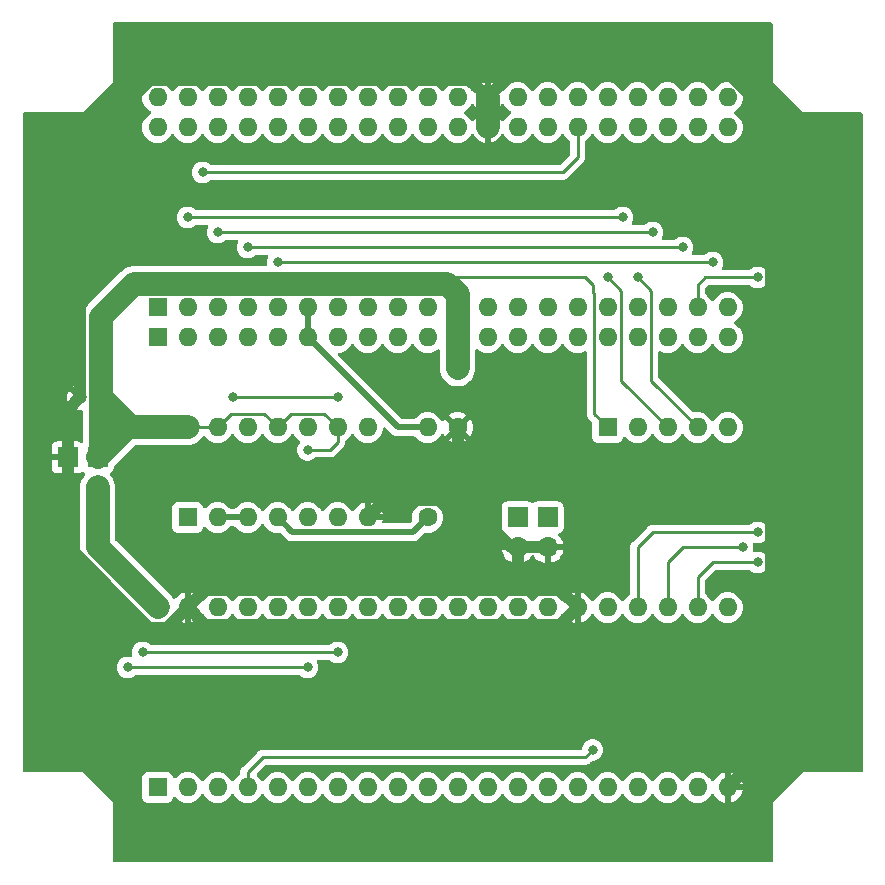
<source format=gbr>
%TF.GenerationSoftware,KiCad,Pcbnew,7.0.2*%
%TF.CreationDate,2023-06-24T18:04:26+09:00*%
%TF.ProjectId,TangNanoZ80MEM,54616e67-4e61-46e6-9f5a-38304d454d2e,rev?*%
%TF.SameCoordinates,Original*%
%TF.FileFunction,Copper,L1,Top*%
%TF.FilePolarity,Positive*%
%FSLAX46Y46*%
G04 Gerber Fmt 4.6, Leading zero omitted, Abs format (unit mm)*
G04 Created by KiCad (PCBNEW 7.0.2) date 2023-06-24 18:04:26*
%MOMM*%
%LPD*%
G01*
G04 APERTURE LIST*
%TA.AperFunction,ComponentPad*%
%ADD10R,1.700000X1.700000*%
%TD*%
%TA.AperFunction,ComponentPad*%
%ADD11O,1.700000X1.700000*%
%TD*%
%TA.AperFunction,ComponentPad*%
%ADD12R,1.600000X1.600000*%
%TD*%
%TA.AperFunction,ComponentPad*%
%ADD13O,1.600000X1.600000*%
%TD*%
%TA.AperFunction,ComponentPad*%
%ADD14R,1.200000X1.200000*%
%TD*%
%TA.AperFunction,ComponentPad*%
%ADD15C,1.200000*%
%TD*%
%TA.AperFunction,ComponentPad*%
%ADD16C,1.600000*%
%TD*%
%TA.AperFunction,ViaPad*%
%ADD17C,0.800000*%
%TD*%
%TA.AperFunction,Conductor*%
%ADD18C,0.250000*%
%TD*%
%TA.AperFunction,Conductor*%
%ADD19C,2.000000*%
%TD*%
%TA.AperFunction,Conductor*%
%ADD20C,1.000000*%
%TD*%
%TA.AperFunction,Conductor*%
%ADD21C,0.500000*%
%TD*%
G04 APERTURE END LIST*
D10*
%TO.P,DBG_TRG,1,Pin_1*%
%TO.N,DBG_TRG*%
X43180000Y-43180000D03*
D11*
%TO.P,DBG_TRG,2,Pin_2*%
%TO.N,GND*%
X43180000Y-45720000D03*
%TD*%
D10*
%TO.P,LED_RGB,1,Pin_1*%
%TO.N,LED_RGB*%
X45720000Y-43180000D03*
D11*
%TO.P,LED_RGB,2,Pin_2*%
%TO.N,GND*%
X45720000Y-45720000D03*
%TD*%
D10*
%TO.P,VCC,1,Pin_1*%
%TO.N,VCC*%
X7620000Y-38100000D03*
D11*
%TO.P,VCC,2,Pin_2*%
%TO.N,5V_USB*%
X7620000Y-40640000D03*
%TD*%
D12*
%TO.P,J1,1,Pin_1*%
%TO.N,A11*%
X12700000Y-27940000D03*
D13*
%TO.P,J1,2,Pin_2*%
%TO.N,A12*%
X15240000Y-27940000D03*
%TO.P,J1,3,Pin_3*%
%TO.N,A13*%
X17780000Y-27940000D03*
%TO.P,J1,4,Pin_4*%
%TO.N,A14*%
X20320000Y-27940000D03*
%TO.P,J1,5,Pin_5*%
%TO.N,A15*%
X22860000Y-27940000D03*
%TO.P,J1,6,Pin_6*%
%TO.N,CLK*%
X25400000Y-27940000D03*
%TO.P,J1,7,Pin_7*%
%TO.N,D4*%
X27940000Y-27940000D03*
%TO.P,J1,8,Pin_8*%
%TO.N,D3*%
X30480000Y-27940000D03*
%TO.P,J1,9,Pin_9*%
%TO.N,D5*%
X33020000Y-27940000D03*
%TO.P,J1,10,Pin_10*%
%TO.N,D6*%
X35560000Y-27940000D03*
%TO.P,J1,11,Pin_11*%
%TO.N,VCC*%
X38100000Y-27940000D03*
%TO.P,J1,12,Pin_12*%
%TO.N,D2*%
X40640000Y-27940000D03*
%TO.P,J1,13,Pin_13*%
%TO.N,D7*%
X43180000Y-27940000D03*
%TO.P,J1,14,Pin_14*%
%TO.N,D0*%
X45720000Y-27940000D03*
%TO.P,J1,15,Pin_15*%
%TO.N,D1*%
X48260000Y-27940000D03*
%TO.P,J1,16,Pin_16*%
%TO.N,INT_n*%
X50800000Y-27940000D03*
%TO.P,J1,17,Pin_17*%
%TO.N,NMI_n*%
X53340000Y-27940000D03*
%TO.P,J1,18,Pin_18*%
%TO.N,HALT_n*%
X55880000Y-27940000D03*
%TO.P,J1,19,Pin_19*%
%TO.N,MREQ_n*%
X58420000Y-27940000D03*
%TO.P,J1,20,Pin_20*%
%TO.N,IORQ_n*%
X60960000Y-27940000D03*
%TO.P,J1,21,Pin_21*%
%TO.N,RD_n*%
X60960000Y-7620000D03*
%TO.P,J1,22,Pin_22*%
%TO.N,WR_n*%
X58420000Y-7620000D03*
%TO.P,J1,23,Pin_23*%
%TO.N,BUSACK_n*%
X55880000Y-7620000D03*
%TO.P,J1,24,Pin_24*%
%TO.N,WAIT_n*%
X53340000Y-7620000D03*
%TO.P,J1,25,Pin_25*%
%TO.N,BUSREQ_n*%
X50800000Y-7620000D03*
%TO.P,J1,26,Pin_26*%
%TO.N,RESET_n*%
X48260000Y-7620000D03*
%TO.P,J1,27,Pin_27*%
%TO.N,M1_n*%
X45720000Y-7620000D03*
%TO.P,J1,28,Pin_28*%
%TO.N,RFSH_n*%
X43180000Y-7620000D03*
%TO.P,J1,29,Pin_29*%
%TO.N,GND*%
X40640000Y-7620000D03*
%TO.P,J1,30,Pin_30*%
%TO.N,A0*%
X38100000Y-7620000D03*
%TO.P,J1,31,Pin_31*%
%TO.N,A1*%
X35560000Y-7620000D03*
%TO.P,J1,32,Pin_32*%
%TO.N,A2*%
X33020000Y-7620000D03*
%TO.P,J1,33,Pin_33*%
%TO.N,A3*%
X30480000Y-7620000D03*
%TO.P,J1,34,Pin_34*%
%TO.N,A4*%
X27940000Y-7620000D03*
%TO.P,J1,35,Pin_35*%
%TO.N,A5*%
X25400000Y-7620000D03*
%TO.P,J1,36,Pin_36*%
%TO.N,A6*%
X22860000Y-7620000D03*
%TO.P,J1,37,Pin_37*%
%TO.N,A7*%
X20320000Y-7620000D03*
%TO.P,J1,38,Pin_38*%
%TO.N,A8*%
X17780000Y-7620000D03*
%TO.P,J1,39,Pin_39*%
%TO.N,A9*%
X15240000Y-7620000D03*
%TO.P,J1,40,Pin_40*%
%TO.N,A10*%
X12700000Y-7620000D03*
%TD*%
D12*
%TO.P,J2,1,Pin_1*%
%TO.N,A8*%
X12700000Y-66040000D03*
D13*
%TO.P,J2,2,Pin_2*%
%TO.N,A9*%
X15240000Y-66040000D03*
%TO.P,J2,3,Pin_3*%
%TO.N,RESET_n*%
X17780000Y-66040000D03*
%TO.P,J2,4,Pin_4*%
%TO.N,INT_n*%
X20320000Y-66040000D03*
%TO.P,J2,5,Pin_5*%
%TO.N,D4*%
X22860000Y-66040000D03*
%TO.P,J2,6,Pin_6*%
%TO.N,A10*%
X25400000Y-66040000D03*
%TO.P,J2,7,Pin_7*%
%TO.N,A11*%
X27940000Y-66040000D03*
%TO.P,J2,8,Pin_8*%
%TO.N,D3*%
X30480000Y-66040000D03*
%TO.P,J2,9,Pin_9*%
%TO.N,D5*%
X33020000Y-66040000D03*
%TO.P,J2,10,Pin_10*%
%TO.N,D6*%
X35560000Y-66040000D03*
%TO.P,J2,11,Pin_11*%
%TO.N,D2*%
X38100000Y-66040000D03*
%TO.P,J2,12,Pin_12*%
%TO.N,D7*%
X40640000Y-66040000D03*
%TO.P,J2,13,Pin_13*%
%TO.N,D0*%
X43180000Y-66040000D03*
%TO.P,J2,14,Pin_14*%
%TO.N,D1*%
X45720000Y-66040000D03*
%TO.P,J2,15,Pin_15*%
%TO.N,A12*%
X48260000Y-66040000D03*
%TO.P,J2,16,Pin_16*%
%TO.N,A13*%
X50800000Y-66040000D03*
%TO.P,J2,17,Pin_17*%
%TO.N,A14*%
X53340000Y-66040000D03*
%TO.P,J2,18,Pin_18*%
%TO.N,A15*%
X55880000Y-66040000D03*
%TO.P,J2,19,Pin_19*%
%TO.N,unconnected-(J2-Pin_19-Pad19)*%
X58420000Y-66040000D03*
%TO.P,J2,20,Pin_20*%
%TO.N,GND*%
X60960000Y-66040000D03*
%TO.P,J2,21,Pin_21*%
%TO.N,WR_n*%
X60960000Y-50800000D03*
%TO.P,J2,22,Pin_22*%
%TO.N,RD_n*%
X58420000Y-50800000D03*
%TO.P,J2,23,Pin_23*%
%TO.N,IORQ_n*%
X55880000Y-50800000D03*
%TO.P,J2,24,Pin_24*%
%TO.N,MREQ_n*%
X53340000Y-50800000D03*
%TO.P,J2,25,Pin_25*%
%TO.N,unconnected-(J2-Pin_25-Pad25)*%
X50800000Y-50800000D03*
%TO.P,J2,26,Pin_26*%
%TO.N,GND*%
X48260000Y-50800000D03*
%TO.P,J2,27,Pin_27*%
%TO.N,LED_RGB*%
X45720000Y-50800000D03*
%TO.P,J2,28,Pin_28*%
%TO.N,DBG_TRG*%
X43180000Y-50800000D03*
%TO.P,J2,29,Pin_29*%
%TO.N,M1_n*%
X40640000Y-50800000D03*
%TO.P,J2,30,Pin_30*%
%TO.N,A0*%
X38100000Y-50800000D03*
%TO.P,J2,31,Pin_31*%
%TO.N,A1*%
X35560000Y-50800000D03*
%TO.P,J2,32,Pin_32*%
%TO.N,A2*%
X33020000Y-50800000D03*
%TO.P,J2,33,Pin_33*%
%TO.N,A3*%
X30480000Y-50800000D03*
%TO.P,J2,34,Pin_34*%
%TO.N,A4*%
X27940000Y-50800000D03*
%TO.P,J2,35,Pin_35*%
%TO.N,A5*%
X25400000Y-50800000D03*
%TO.P,J2,36,Pin_36*%
%TO.N,A6*%
X22860000Y-50800000D03*
%TO.P,J2,37,Pin_37*%
%TO.N,A7*%
X20320000Y-50800000D03*
%TO.P,J2,38,Pin_38*%
%TO.N,CLK_3V*%
X17780000Y-50800000D03*
%TO.P,J2,39,Pin_39*%
%TO.N,GND*%
X15240000Y-50800000D03*
%TO.P,J2,40,Pin_40*%
%TO.N,5V_USB*%
X12700000Y-50800000D03*
%TD*%
D12*
%TO.P,RN1,1,common*%
%TO.N,VCC*%
X50800000Y-35560000D03*
D13*
%TO.P,RN1,2,R1*%
%TO.N,NMI_n*%
X53340000Y-35560000D03*
%TO.P,RN1,3,R2*%
%TO.N,BUSREQ_n*%
X55880000Y-35560000D03*
%TO.P,RN1,4,R3*%
%TO.N,WAIT_n*%
X58420000Y-35560000D03*
%TO.P,RN1,5,R4*%
%TO.N,unconnected-(RN1-R4-Pad5)*%
X60960000Y-35560000D03*
%TD*%
D12*
%TO.P,U2,1*%
%TO.N,CLK_3V*%
X15240000Y-43180000D03*
D13*
%TO.P,U2,2*%
%TO.N,Net-(U2-Pad2)*%
X17780000Y-43180000D03*
%TO.P,U2,3*%
X20320000Y-43180000D03*
%TO.P,U2,4*%
%TO.N,Net-(R1-Pad1)*%
X22860000Y-43180000D03*
%TO.P,U2,5*%
%TO.N,VCC*%
X25400000Y-43180000D03*
%TO.P,U2,6*%
%TO.N,unconnected-(U2-Pad6)*%
X27940000Y-43180000D03*
%TO.P,U2,7,GND*%
%TO.N,GND*%
X30480000Y-43180000D03*
%TO.P,U2,8*%
%TO.N,unconnected-(U2-Pad8)*%
X30480000Y-35560000D03*
%TO.P,U2,9*%
%TO.N,VCC*%
X27940000Y-35560000D03*
%TO.P,U2,10*%
%TO.N,unconnected-(U2-Pad10)*%
X25400000Y-35560000D03*
%TO.P,U2,11*%
%TO.N,VCC*%
X22860000Y-35560000D03*
%TO.P,U2,12*%
%TO.N,unconnected-(U2-Pad12)*%
X20320000Y-35560000D03*
%TO.P,U2,13*%
%TO.N,VCC*%
X17780000Y-35560000D03*
%TO.P,U2,14,VCC*%
X15240000Y-35560000D03*
%TD*%
D14*
%TO.P,C2,1*%
%TO.N,VCC*%
X7620000Y-33020000D03*
D15*
%TO.P,C2,2*%
%TO.N,GND*%
X6120000Y-33020000D03*
%TD*%
D16*
%TO.P,R1,1*%
%TO.N,Net-(R1-Pad1)*%
X35560000Y-43180000D03*
D13*
%TO.P,R1,2*%
%TO.N,CLK*%
X35560000Y-35560000D03*
%TD*%
D10*
%TO.P,GND,1,Pin_1*%
%TO.N,GND*%
X5080000Y-38100000D03*
%TD*%
D16*
%TO.P,C1,1*%
%TO.N,VCC*%
X38100000Y-30560000D03*
%TO.P,C1,2*%
%TO.N,GND*%
X38100000Y-35560000D03*
%TD*%
D12*
%TO.P,U1,1,A11*%
%TO.N,A11*%
X12700000Y-25400000D03*
D13*
%TO.P,U1,2,A12*%
%TO.N,A12*%
X15240000Y-25400000D03*
%TO.P,U1,3,A13*%
%TO.N,A13*%
X17780000Y-25400000D03*
%TO.P,U1,4,A14*%
%TO.N,A14*%
X20320000Y-25400000D03*
%TO.P,U1,5,A15*%
%TO.N,A15*%
X22860000Y-25400000D03*
%TO.P,U1,6,~{CLK}*%
%TO.N,CLK*%
X25400000Y-25400000D03*
%TO.P,U1,7,D4*%
%TO.N,D4*%
X27940000Y-25400000D03*
%TO.P,U1,8,D3*%
%TO.N,D3*%
X30480000Y-25400000D03*
%TO.P,U1,9,D5*%
%TO.N,D5*%
X33020000Y-25400000D03*
%TO.P,U1,10,D6*%
%TO.N,D6*%
X35560000Y-25400000D03*
%TO.P,U1,11,VCC*%
%TO.N,VCC*%
X38100000Y-25400000D03*
%TO.P,U1,12,D2*%
%TO.N,D2*%
X40640000Y-25400000D03*
%TO.P,U1,13,D7*%
%TO.N,D7*%
X43180000Y-25400000D03*
%TO.P,U1,14,D0*%
%TO.N,D0*%
X45720000Y-25400000D03*
%TO.P,U1,15,D1*%
%TO.N,D1*%
X48260000Y-25400000D03*
%TO.P,U1,16,~{INT}*%
%TO.N,INT_n*%
X50800000Y-25400000D03*
%TO.P,U1,17,~{NMI}*%
%TO.N,NMI_n*%
X53340000Y-25400000D03*
%TO.P,U1,18,~{HALT}*%
%TO.N,HALT_n*%
X55880000Y-25400000D03*
%TO.P,U1,19,~{MREQ}*%
%TO.N,MREQ_n*%
X58420000Y-25400000D03*
%TO.P,U1,20,~{IORQ}*%
%TO.N,IORQ_n*%
X60960000Y-25400000D03*
%TO.P,U1,21,~{RD}*%
%TO.N,RD_n*%
X60960000Y-10160000D03*
%TO.P,U1,22,~{WR}*%
%TO.N,WR_n*%
X58420000Y-10160000D03*
%TO.P,U1,23,~{BUSACK}*%
%TO.N,BUSACK_n*%
X55880000Y-10160000D03*
%TO.P,U1,24,~{WAIT}*%
%TO.N,WAIT_n*%
X53340000Y-10160000D03*
%TO.P,U1,25,~{BUSRQ}*%
%TO.N,BUSREQ_n*%
X50800000Y-10160000D03*
%TO.P,U1,26,~{RESET}*%
%TO.N,RESET_n*%
X48260000Y-10160000D03*
%TO.P,U1,27,~{M1}*%
%TO.N,M1_n*%
X45720000Y-10160000D03*
%TO.P,U1,28,~{RFSH}*%
%TO.N,RFSH_n*%
X43180000Y-10160000D03*
%TO.P,U1,29,GND*%
%TO.N,GND*%
X40640000Y-10160000D03*
%TO.P,U1,30,A0*%
%TO.N,A0*%
X38100000Y-10160000D03*
%TO.P,U1,31,A1*%
%TO.N,A1*%
X35560000Y-10160000D03*
%TO.P,U1,32,A2*%
%TO.N,A2*%
X33020000Y-10160000D03*
%TO.P,U1,33,A3*%
%TO.N,A3*%
X30480000Y-10160000D03*
%TO.P,U1,34,A4*%
%TO.N,A4*%
X27940000Y-10160000D03*
%TO.P,U1,35,A5*%
%TO.N,A5*%
X25400000Y-10160000D03*
%TO.P,U1,36,A6*%
%TO.N,A6*%
X22860000Y-10160000D03*
%TO.P,U1,37,A7*%
%TO.N,A7*%
X20320000Y-10160000D03*
%TO.P,U1,38,A8*%
%TO.N,A8*%
X17780000Y-10160000D03*
%TO.P,U1,39,A9*%
%TO.N,A9*%
X15240000Y-10160000D03*
%TO.P,U1,40,A10*%
%TO.N,A10*%
X12700000Y-10160000D03*
%TD*%
D17*
%TO.N,A10*%
X10160000Y-55880000D03*
X25400000Y-55880000D03*
%TO.N,RESET_n*%
X16510000Y-13970000D03*
%TO.N,INT_n*%
X49530000Y-62865000D03*
%TO.N,D4*%
X27940000Y-33020000D03*
X19050000Y-33020000D03*
%TO.N,A11*%
X11430000Y-54610000D03*
X27940000Y-54610000D03*
%TO.N,A12*%
X15240000Y-17780000D03*
X52070000Y-17780000D03*
%TO.N,A13*%
X54610000Y-19050000D03*
X17780000Y-19050000D03*
%TO.N,A14*%
X20320000Y-20320000D03*
X57150000Y-20320000D03*
%TO.N,A15*%
X59690000Y-21590000D03*
X22860000Y-21590000D03*
%TO.N,MREQ_n*%
X63500000Y-22860000D03*
X63500000Y-44450000D03*
%TO.N,IORQ_n*%
X62230000Y-45720000D03*
%TO.N,RD_n*%
X63500000Y-46990000D03*
%TO.N,VCC*%
X25400000Y-37465000D03*
%TO.N,WAIT_n*%
X53340000Y-22860000D03*
%TO.N,BUSREQ_n*%
X50800000Y-22860000D03*
%TD*%
D18*
%TO.N,A10*%
X25400000Y-55880000D02*
X10160000Y-55880000D01*
D19*
%TO.N,GND*%
X40640000Y-10160000D02*
X40640000Y-7620000D01*
D18*
%TO.N,RESET_n*%
X46990000Y-13970000D02*
X48260000Y-12700000D01*
X16510000Y-13970000D02*
X46990000Y-13970000D01*
X48260000Y-12700000D02*
X48260000Y-10160000D01*
%TO.N,INT_n*%
X48895000Y-63500000D02*
X49530000Y-62865000D01*
X21590000Y-63500000D02*
X48895000Y-63500000D01*
X20320000Y-64770000D02*
X21590000Y-63500000D01*
X20320000Y-66040000D02*
X20320000Y-64770000D01*
%TO.N,D4*%
X19050000Y-33020000D02*
X27940000Y-33020000D01*
%TO.N,A11*%
X11430000Y-54610000D02*
X27940000Y-54610000D01*
%TO.N,A12*%
X52070000Y-17780000D02*
X15240000Y-17780000D01*
%TO.N,A13*%
X17780000Y-19050000D02*
X54610000Y-19050000D01*
D20*
%TO.N,GND*%
X5080000Y-45584164D02*
X11995836Y-52500000D01*
X16740000Y-49300000D02*
X46760000Y-49300000D01*
X31980000Y-41680000D02*
X38580000Y-41680000D01*
X46760000Y-52300000D02*
X16740000Y-52300000D01*
X39140000Y-6120000D02*
X40640000Y-7620000D01*
X12078679Y-6120000D02*
X39140000Y-6120000D01*
X13540000Y-52500000D02*
X15240000Y-50800000D01*
X46760000Y-49300000D02*
X48260000Y-50800000D01*
X42620000Y-45720000D02*
X43180000Y-45720000D01*
X5080000Y-34060000D02*
X6120000Y-33020000D01*
X38100000Y-35560000D02*
X38100000Y-41275000D01*
X48260000Y-50800000D02*
X46760000Y-52300000D01*
X6120000Y-12078679D02*
X12078679Y-6120000D01*
X60960000Y-66040000D02*
X64600000Y-62400000D01*
X64600000Y-62400000D02*
X64600000Y-9138679D01*
X11995836Y-52500000D02*
X13540000Y-52500000D01*
X43180000Y-45720000D02*
X43180000Y-48895000D01*
X45720000Y-45720000D02*
X43180000Y-45720000D01*
X61176321Y-5715000D02*
X42545000Y-5715000D01*
X15240000Y-50800000D02*
X16740000Y-49300000D01*
X16740000Y-52300000D02*
X15240000Y-50800000D01*
X42545000Y-5715000D02*
X40640000Y-7620000D01*
X38580000Y-41680000D02*
X42620000Y-45720000D01*
X30480000Y-43180000D02*
X31980000Y-41680000D01*
X64600000Y-9138679D02*
X61176321Y-5715000D01*
X5080000Y-38100000D02*
X5080000Y-34060000D01*
X5080000Y-38100000D02*
X5080000Y-45584164D01*
X6120000Y-33020000D02*
X6120000Y-12078679D01*
D18*
%TO.N,A14*%
X20320000Y-20320000D02*
X57150000Y-20320000D01*
%TO.N,A15*%
X59690000Y-21590000D02*
X22860000Y-21590000D01*
D21*
%TO.N,CLK*%
X25400000Y-27940000D02*
X25400000Y-25400000D01*
X33020000Y-35560000D02*
X25400000Y-27940000D01*
X35560000Y-35560000D02*
X33020000Y-35560000D01*
D18*
%TO.N,MREQ_n*%
X54610000Y-44450000D02*
X53340000Y-45720000D01*
X63500000Y-44450000D02*
X54610000Y-44450000D01*
X63500000Y-22860000D02*
X59055000Y-22860000D01*
X58420000Y-23495000D02*
X58420000Y-25400000D01*
X53340000Y-45720000D02*
X53340000Y-50800000D01*
X59055000Y-22860000D02*
X58420000Y-23495000D01*
%TO.N,IORQ_n*%
X62230000Y-45720000D02*
X57150000Y-45720000D01*
X57150000Y-45720000D02*
X55880000Y-46990000D01*
X55880000Y-46990000D02*
X55880000Y-50800000D01*
%TO.N,RD_n*%
X58420000Y-48260000D02*
X59690000Y-46990000D01*
X58420000Y-50800000D02*
X58420000Y-48260000D01*
X59690000Y-46990000D02*
X63500000Y-46990000D01*
D21*
%TO.N,Net-(R1-Pad1)*%
X24110000Y-44430000D02*
X34310000Y-44430000D01*
X22860000Y-43180000D02*
X24110000Y-44430000D01*
X34310000Y-44430000D02*
X35560000Y-43180000D01*
D18*
%TO.N,VCC*%
X49530000Y-24130000D02*
X49530000Y-23495000D01*
X25400000Y-37465000D02*
X27305000Y-37465000D01*
D19*
X7920000Y-26180000D02*
X7920000Y-33020000D01*
D18*
X21735000Y-34435000D02*
X22860000Y-35560000D01*
D19*
X10700000Y-23400000D02*
X7920000Y-26180000D01*
X38100000Y-25400000D02*
X38100000Y-24268630D01*
X7920000Y-37800000D02*
X7920000Y-33020000D01*
X10460000Y-35560000D02*
X12700000Y-35560000D01*
D18*
X15240000Y-35560000D02*
X17780000Y-35560000D01*
D19*
X7920000Y-33020000D02*
X10460000Y-35560000D01*
D18*
X23985000Y-34435000D02*
X26815000Y-34435000D01*
D19*
X12700000Y-35560000D02*
X10160000Y-35560000D01*
X37231370Y-23400000D02*
X10700000Y-23400000D01*
D18*
X17780000Y-35560000D02*
X18905000Y-34435000D01*
X27940000Y-36830000D02*
X27940000Y-35560000D01*
D19*
X10160000Y-35560000D02*
X7620000Y-38100000D01*
X38100000Y-30560000D02*
X38100000Y-25400000D01*
D18*
X48895000Y-22860000D02*
X36830000Y-22860000D01*
X49675000Y-34435000D02*
X49675000Y-24275000D01*
D19*
X7620000Y-38100000D02*
X7920000Y-37800000D01*
D18*
X22860000Y-35560000D02*
X23985000Y-34435000D01*
D19*
X12700000Y-35560000D02*
X15240000Y-35560000D01*
D18*
X49675000Y-24275000D02*
X49530000Y-24130000D01*
X18905000Y-34435000D02*
X21735000Y-34435000D01*
D19*
X38100000Y-24268630D02*
X37231370Y-23400000D01*
D18*
X26815000Y-34435000D02*
X27940000Y-35560000D01*
X49530000Y-23495000D02*
X48895000Y-22860000D01*
X50800000Y-35560000D02*
X49675000Y-34435000D01*
X27305000Y-37465000D02*
X27940000Y-36830000D01*
D19*
%TO.N,5V_USB*%
X7620000Y-45720000D02*
X7620000Y-40640000D01*
X12700000Y-50800000D02*
X7620000Y-45720000D01*
D18*
%TO.N,WAIT_n*%
X54465000Y-31605000D02*
X54465000Y-23985000D01*
X58420000Y-35560000D02*
X54465000Y-31605000D01*
X54465000Y-23985000D02*
X53340000Y-22860000D01*
D21*
%TO.N,Net-(U2-Pad2)*%
X17780000Y-43180000D02*
X20320000Y-43180000D01*
D18*
%TO.N,BUSREQ_n*%
X55880000Y-35560000D02*
X51925000Y-31605000D01*
X51925000Y-31605000D02*
X51925000Y-23985000D01*
X51925000Y-23985000D02*
X50800000Y-22860000D01*
%TD*%
%TA.AperFunction,Conductor*%
%TO.N,GND*%
G36*
X45260507Y-45510156D02*
G01*
X45220000Y-45648111D01*
X45220000Y-45791889D01*
X45260507Y-45929844D01*
X45286314Y-45970000D01*
X43613686Y-45970000D01*
X43639493Y-45929844D01*
X43680000Y-45791889D01*
X43680000Y-45648111D01*
X43639493Y-45510156D01*
X43613686Y-45470000D01*
X45286314Y-45470000D01*
X45260507Y-45510156D01*
G37*
%TD.AperFunction*%
%TA.AperFunction,Conductor*%
G36*
X40401955Y-7947641D02*
G01*
X40514852Y-8005165D01*
X40608519Y-8020000D01*
X40671481Y-8020000D01*
X40765148Y-8005165D01*
X40878045Y-7947641D01*
X40890000Y-7935686D01*
X40890000Y-9844313D01*
X40878045Y-9832359D01*
X40765148Y-9774835D01*
X40671481Y-9760000D01*
X40608519Y-9760000D01*
X40514852Y-9774835D01*
X40401955Y-9832359D01*
X40390000Y-9844314D01*
X40390000Y-7935685D01*
X40401955Y-7947641D01*
G37*
%TD.AperFunction*%
%TA.AperFunction,Conductor*%
G36*
X39438139Y-8162758D02*
G01*
X39482657Y-8214133D01*
X39509866Y-8272482D01*
X39640341Y-8458819D01*
X39801180Y-8619658D01*
X39987520Y-8750135D01*
X40046455Y-8777617D01*
X40098895Y-8823789D01*
X40118047Y-8890982D01*
X40097832Y-8957863D01*
X40046458Y-9002380D01*
X39987520Y-9029864D01*
X39801180Y-9160341D01*
X39640341Y-9321180D01*
X39509863Y-9507522D01*
X39482656Y-9565866D01*
X39436483Y-9618305D01*
X39369290Y-9637456D01*
X39302409Y-9617239D01*
X39257893Y-9565865D01*
X39257618Y-9565276D01*
X39230568Y-9507266D01*
X39100271Y-9321180D01*
X39100046Y-9320859D01*
X38939140Y-9159953D01*
X38752736Y-9029433D01*
X38694723Y-9002381D01*
X38642284Y-8956208D01*
X38623133Y-8889014D01*
X38643349Y-8822133D01*
X38694721Y-8777619D01*
X38752734Y-8750568D01*
X38939139Y-8620047D01*
X39100047Y-8459139D01*
X39230568Y-8272734D01*
X39257893Y-8214134D01*
X39304065Y-8161695D01*
X39371258Y-8142543D01*
X39438139Y-8162758D01*
G37*
%TD.AperFunction*%
%TA.AperFunction,Conductor*%
G36*
X41977589Y-8162758D02*
G01*
X42022105Y-8214132D01*
X42049432Y-8272733D01*
X42049433Y-8272736D01*
X42179953Y-8459140D01*
X42340859Y-8620046D01*
X42527263Y-8750566D01*
X42527266Y-8750568D01*
X42585275Y-8777618D01*
X42637714Y-8823791D01*
X42656865Y-8890985D01*
X42636649Y-8957866D01*
X42585275Y-9002382D01*
X42527263Y-9029433D01*
X42340859Y-9159953D01*
X42179953Y-9320859D01*
X42049430Y-9507267D01*
X42022105Y-9565866D01*
X41975932Y-9618305D01*
X41908739Y-9637456D01*
X41841858Y-9617239D01*
X41797342Y-9565865D01*
X41770134Y-9507519D01*
X41639658Y-9321180D01*
X41478819Y-9160341D01*
X41292479Y-9029864D01*
X41233543Y-9002382D01*
X41181103Y-8956210D01*
X41161951Y-8889017D01*
X41182166Y-8822136D01*
X41233543Y-8777618D01*
X41292479Y-8750135D01*
X41478819Y-8619658D01*
X41639658Y-8458819D01*
X41770135Y-8272479D01*
X41797342Y-8214135D01*
X41843514Y-8161695D01*
X41910707Y-8142543D01*
X41977589Y-8162758D01*
G37*
%TD.AperFunction*%
%TA.AperFunction,Conductor*%
G36*
X64713039Y-1289685D02*
G01*
X64758794Y-1342489D01*
X64770000Y-1394000D01*
X64769999Y-6349999D01*
X64770000Y-6350000D01*
X67310000Y-8890000D01*
X72266000Y-8890000D01*
X72333039Y-8909685D01*
X72378794Y-8962489D01*
X72390000Y-9014000D01*
X72390000Y-64646000D01*
X72370315Y-64713039D01*
X72317511Y-64758794D01*
X72266000Y-64770000D01*
X67309999Y-64770000D01*
X64769999Y-67310000D01*
X64770000Y-72266000D01*
X64750315Y-72333039D01*
X64697511Y-72378794D01*
X64646000Y-72390000D01*
X9014000Y-72390000D01*
X8946961Y-72370315D01*
X8901206Y-72317511D01*
X8890000Y-72266000D01*
X8890000Y-67310000D01*
X8464578Y-66884578D01*
X11399500Y-66884578D01*
X11399501Y-66887872D01*
X11399853Y-66891152D01*
X11399854Y-66891159D01*
X11405909Y-66947483D01*
X11456204Y-67082331D01*
X11542454Y-67197546D01*
X11657669Y-67283796D01*
X11792517Y-67334091D01*
X11852127Y-67340500D01*
X13547872Y-67340499D01*
X13607483Y-67334091D01*
X13742331Y-67283796D01*
X13857546Y-67197546D01*
X13943796Y-67082331D01*
X13994091Y-66947483D01*
X13997862Y-66912404D01*
X14024598Y-66847856D01*
X14081989Y-66808006D01*
X14151814Y-66805511D01*
X14211904Y-66841162D01*
X14222726Y-66854537D01*
X14239953Y-66879140D01*
X14400859Y-67040046D01*
X14587264Y-67170567D01*
X14587265Y-67170567D01*
X14587266Y-67170568D01*
X14793504Y-67266739D01*
X15013308Y-67325635D01*
X15240000Y-67345468D01*
X15466692Y-67325635D01*
X15686496Y-67266739D01*
X15892734Y-67170568D01*
X16079139Y-67040047D01*
X16240047Y-66879139D01*
X16370568Y-66692734D01*
X16397618Y-66634724D01*
X16443790Y-66582285D01*
X16510983Y-66563133D01*
X16577865Y-66583348D01*
X16622382Y-66634725D01*
X16649431Y-66692733D01*
X16779953Y-66879140D01*
X16940859Y-67040046D01*
X17127264Y-67170567D01*
X17127265Y-67170567D01*
X17127266Y-67170568D01*
X17333504Y-67266739D01*
X17553308Y-67325635D01*
X17780000Y-67345468D01*
X18006692Y-67325635D01*
X18226496Y-67266739D01*
X18432734Y-67170568D01*
X18619139Y-67040047D01*
X18780047Y-66879139D01*
X18910568Y-66692734D01*
X18937619Y-66634721D01*
X18983788Y-66582286D01*
X19050981Y-66563133D01*
X19117862Y-66583348D01*
X19162380Y-66634722D01*
X19189432Y-66692733D01*
X19189433Y-66692736D01*
X19319953Y-66879140D01*
X19480859Y-67040046D01*
X19667264Y-67170567D01*
X19667265Y-67170567D01*
X19667266Y-67170568D01*
X19873504Y-67266739D01*
X20093308Y-67325635D01*
X20320000Y-67345468D01*
X20546692Y-67325635D01*
X20766496Y-67266739D01*
X20972734Y-67170568D01*
X21159139Y-67040047D01*
X21320047Y-66879139D01*
X21450568Y-66692734D01*
X21477618Y-66634724D01*
X21523790Y-66582285D01*
X21590983Y-66563133D01*
X21657865Y-66583348D01*
X21702382Y-66634725D01*
X21729431Y-66692733D01*
X21859953Y-66879140D01*
X22020859Y-67040046D01*
X22207264Y-67170567D01*
X22207265Y-67170567D01*
X22207266Y-67170568D01*
X22413504Y-67266739D01*
X22633308Y-67325635D01*
X22784436Y-67338856D01*
X22859999Y-67345468D01*
X22859999Y-67345467D01*
X22860000Y-67345468D01*
X23086692Y-67325635D01*
X23306496Y-67266739D01*
X23512734Y-67170568D01*
X23699139Y-67040047D01*
X23860047Y-66879139D01*
X23990568Y-66692734D01*
X24017618Y-66634724D01*
X24063790Y-66582285D01*
X24130983Y-66563133D01*
X24197865Y-66583348D01*
X24242382Y-66634725D01*
X24269431Y-66692733D01*
X24399953Y-66879140D01*
X24560859Y-67040046D01*
X24747264Y-67170567D01*
X24747265Y-67170567D01*
X24747266Y-67170568D01*
X24953504Y-67266739D01*
X25173308Y-67325635D01*
X25400000Y-67345468D01*
X25626692Y-67325635D01*
X25846496Y-67266739D01*
X26052734Y-67170568D01*
X26239139Y-67040047D01*
X26400047Y-66879139D01*
X26530568Y-66692734D01*
X26557618Y-66634724D01*
X26603790Y-66582285D01*
X26670983Y-66563133D01*
X26737865Y-66583348D01*
X26782382Y-66634725D01*
X26809431Y-66692733D01*
X26939953Y-66879140D01*
X27100859Y-67040046D01*
X27287264Y-67170567D01*
X27287265Y-67170567D01*
X27287266Y-67170568D01*
X27493504Y-67266739D01*
X27713308Y-67325635D01*
X27940000Y-67345468D01*
X28166692Y-67325635D01*
X28386496Y-67266739D01*
X28592734Y-67170568D01*
X28779139Y-67040047D01*
X28940047Y-66879139D01*
X29070568Y-66692734D01*
X29097618Y-66634724D01*
X29143790Y-66582285D01*
X29210983Y-66563133D01*
X29277865Y-66583348D01*
X29322382Y-66634725D01*
X29349431Y-66692733D01*
X29479953Y-66879140D01*
X29640859Y-67040046D01*
X29827264Y-67170567D01*
X29827265Y-67170567D01*
X29827266Y-67170568D01*
X30033504Y-67266739D01*
X30253308Y-67325635D01*
X30480000Y-67345468D01*
X30706692Y-67325635D01*
X30926496Y-67266739D01*
X31132734Y-67170568D01*
X31319139Y-67040047D01*
X31480047Y-66879139D01*
X31610568Y-66692734D01*
X31637619Y-66634721D01*
X31683788Y-66582286D01*
X31750981Y-66563133D01*
X31817862Y-66583348D01*
X31862380Y-66634722D01*
X31889432Y-66692733D01*
X31889433Y-66692736D01*
X32019953Y-66879140D01*
X32180859Y-67040046D01*
X32367264Y-67170567D01*
X32367265Y-67170567D01*
X32367266Y-67170568D01*
X32573504Y-67266739D01*
X32793308Y-67325635D01*
X32944436Y-67338856D01*
X33019999Y-67345468D01*
X33019999Y-67345467D01*
X33020000Y-67345468D01*
X33246692Y-67325635D01*
X33466496Y-67266739D01*
X33672734Y-67170568D01*
X33859139Y-67040047D01*
X34020047Y-66879139D01*
X34150568Y-66692734D01*
X34177618Y-66634724D01*
X34223790Y-66582285D01*
X34290983Y-66563133D01*
X34357865Y-66583348D01*
X34402382Y-66634725D01*
X34429431Y-66692733D01*
X34559953Y-66879140D01*
X34720859Y-67040046D01*
X34907264Y-67170567D01*
X34907265Y-67170567D01*
X34907266Y-67170568D01*
X35113504Y-67266739D01*
X35333308Y-67325635D01*
X35560000Y-67345468D01*
X35786692Y-67325635D01*
X36006496Y-67266739D01*
X36212734Y-67170568D01*
X36399139Y-67040047D01*
X36560047Y-66879139D01*
X36690568Y-66692734D01*
X36717618Y-66634724D01*
X36763790Y-66582285D01*
X36830983Y-66563133D01*
X36897865Y-66583348D01*
X36942382Y-66634725D01*
X36969431Y-66692733D01*
X37099953Y-66879140D01*
X37260859Y-67040046D01*
X37447264Y-67170567D01*
X37447265Y-67170567D01*
X37447266Y-67170568D01*
X37653504Y-67266739D01*
X37873308Y-67325635D01*
X38100000Y-67345468D01*
X38326692Y-67325635D01*
X38546496Y-67266739D01*
X38752734Y-67170568D01*
X38939139Y-67040047D01*
X39100047Y-66879139D01*
X39230568Y-66692734D01*
X39257618Y-66634724D01*
X39303790Y-66582285D01*
X39370983Y-66563133D01*
X39437865Y-66583348D01*
X39482382Y-66634725D01*
X39509431Y-66692733D01*
X39639953Y-66879140D01*
X39800859Y-67040046D01*
X39987264Y-67170567D01*
X39987265Y-67170567D01*
X39987266Y-67170568D01*
X40193504Y-67266739D01*
X40413308Y-67325635D01*
X40640000Y-67345468D01*
X40866692Y-67325635D01*
X41086496Y-67266739D01*
X41292734Y-67170568D01*
X41479139Y-67040047D01*
X41640047Y-66879139D01*
X41770568Y-66692734D01*
X41797618Y-66634724D01*
X41843790Y-66582285D01*
X41910983Y-66563133D01*
X41977865Y-66583348D01*
X42022382Y-66634725D01*
X42049431Y-66692733D01*
X42179953Y-66879140D01*
X42340859Y-67040046D01*
X42527264Y-67170567D01*
X42527265Y-67170567D01*
X42527266Y-67170568D01*
X42733504Y-67266739D01*
X42953308Y-67325635D01*
X43104436Y-67338856D01*
X43179999Y-67345468D01*
X43179999Y-67345467D01*
X43180000Y-67345468D01*
X43406692Y-67325635D01*
X43626496Y-67266739D01*
X43832734Y-67170568D01*
X44019139Y-67040047D01*
X44180047Y-66879139D01*
X44310568Y-66692734D01*
X44337618Y-66634724D01*
X44383790Y-66582285D01*
X44450983Y-66563133D01*
X44517865Y-66583348D01*
X44562382Y-66634725D01*
X44589431Y-66692733D01*
X44719953Y-66879140D01*
X44880859Y-67040046D01*
X45067264Y-67170567D01*
X45067265Y-67170567D01*
X45067266Y-67170568D01*
X45273504Y-67266739D01*
X45493308Y-67325635D01*
X45720000Y-67345468D01*
X45946692Y-67325635D01*
X46166496Y-67266739D01*
X46372734Y-67170568D01*
X46559139Y-67040047D01*
X46720047Y-66879139D01*
X46850568Y-66692734D01*
X46877618Y-66634724D01*
X46923790Y-66582285D01*
X46990983Y-66563133D01*
X47057865Y-66583348D01*
X47102382Y-66634725D01*
X47129431Y-66692733D01*
X47259953Y-66879140D01*
X47420859Y-67040046D01*
X47607264Y-67170567D01*
X47607265Y-67170567D01*
X47607266Y-67170568D01*
X47813504Y-67266739D01*
X48033308Y-67325635D01*
X48260000Y-67345468D01*
X48486692Y-67325635D01*
X48706496Y-67266739D01*
X48912734Y-67170568D01*
X49099139Y-67040047D01*
X49260047Y-66879139D01*
X49390568Y-66692734D01*
X49417618Y-66634724D01*
X49463790Y-66582285D01*
X49530983Y-66563133D01*
X49597865Y-66583348D01*
X49642382Y-66634725D01*
X49669431Y-66692733D01*
X49799953Y-66879140D01*
X49960859Y-67040046D01*
X50147264Y-67170567D01*
X50147265Y-67170567D01*
X50147266Y-67170568D01*
X50353504Y-67266739D01*
X50573308Y-67325635D01*
X50800000Y-67345468D01*
X51026692Y-67325635D01*
X51246496Y-67266739D01*
X51452734Y-67170568D01*
X51639139Y-67040047D01*
X51800047Y-66879139D01*
X51930568Y-66692734D01*
X51957618Y-66634724D01*
X52003790Y-66582285D01*
X52070983Y-66563133D01*
X52137865Y-66583348D01*
X52182382Y-66634725D01*
X52209431Y-66692733D01*
X52339953Y-66879140D01*
X52500859Y-67040046D01*
X52687264Y-67170567D01*
X52687265Y-67170567D01*
X52687266Y-67170568D01*
X52893504Y-67266739D01*
X53113308Y-67325635D01*
X53264436Y-67338856D01*
X53339999Y-67345468D01*
X53339999Y-67345467D01*
X53340000Y-67345468D01*
X53566692Y-67325635D01*
X53786496Y-67266739D01*
X53992734Y-67170568D01*
X54179139Y-67040047D01*
X54340047Y-66879139D01*
X54470568Y-66692734D01*
X54497618Y-66634724D01*
X54543790Y-66582285D01*
X54610983Y-66563133D01*
X54677865Y-66583348D01*
X54722382Y-66634725D01*
X54749431Y-66692733D01*
X54879953Y-66879140D01*
X55040859Y-67040046D01*
X55227264Y-67170567D01*
X55227265Y-67170567D01*
X55227266Y-67170568D01*
X55433504Y-67266739D01*
X55653308Y-67325635D01*
X55880000Y-67345468D01*
X56106692Y-67325635D01*
X56326496Y-67266739D01*
X56532734Y-67170568D01*
X56719139Y-67040047D01*
X56880047Y-66879139D01*
X57010568Y-66692734D01*
X57037618Y-66634724D01*
X57083790Y-66582285D01*
X57150983Y-66563133D01*
X57217865Y-66583348D01*
X57262382Y-66634725D01*
X57289431Y-66692733D01*
X57419953Y-66879140D01*
X57580859Y-67040046D01*
X57767264Y-67170567D01*
X57767265Y-67170567D01*
X57767266Y-67170568D01*
X57973504Y-67266739D01*
X58193308Y-67325635D01*
X58420000Y-67345468D01*
X58646692Y-67325635D01*
X58866496Y-67266739D01*
X59072734Y-67170568D01*
X59259139Y-67040047D01*
X59420047Y-66879139D01*
X59550568Y-66692734D01*
X59577893Y-66634134D01*
X59624065Y-66581695D01*
X59691258Y-66562543D01*
X59758139Y-66582758D01*
X59802657Y-66634133D01*
X59829866Y-66692482D01*
X59960341Y-66878819D01*
X60121180Y-67039658D01*
X60307519Y-67170134D01*
X60513673Y-67266266D01*
X60709998Y-67318871D01*
X60709999Y-67318871D01*
X60709999Y-66355685D01*
X60721955Y-66367641D01*
X60834852Y-66425165D01*
X60928519Y-66440000D01*
X60991481Y-66440000D01*
X61085148Y-66425165D01*
X61198045Y-66367641D01*
X61210000Y-66355685D01*
X61210000Y-67318871D01*
X61406326Y-67266266D01*
X61612480Y-67170134D01*
X61798819Y-67039658D01*
X61959658Y-66878819D01*
X62090134Y-66692480D01*
X62186266Y-66486326D01*
X62238872Y-66290000D01*
X61275686Y-66290000D01*
X61287641Y-66278045D01*
X61345165Y-66165148D01*
X61364986Y-66040000D01*
X61345165Y-65914852D01*
X61287641Y-65801955D01*
X61275686Y-65790000D01*
X62238872Y-65790000D01*
X62238871Y-65789999D01*
X62186266Y-65593673D01*
X62090134Y-65387519D01*
X61959658Y-65201180D01*
X61798819Y-65040341D01*
X61612480Y-64909865D01*
X61406326Y-64813733D01*
X61210000Y-64761126D01*
X61209999Y-65724314D01*
X61198045Y-65712359D01*
X61085148Y-65654835D01*
X60991481Y-65640000D01*
X60928519Y-65640000D01*
X60834852Y-65654835D01*
X60721955Y-65712359D01*
X60709999Y-65724314D01*
X60709999Y-64761127D01*
X60513673Y-64813733D01*
X60307519Y-64909865D01*
X60121180Y-65040341D01*
X59960341Y-65201180D01*
X59829863Y-65387522D01*
X59802656Y-65445866D01*
X59756483Y-65498305D01*
X59689290Y-65517456D01*
X59622409Y-65497239D01*
X59577893Y-65445865D01*
X59577618Y-65445276D01*
X59550568Y-65387266D01*
X59472856Y-65276280D01*
X59420046Y-65200859D01*
X59259140Y-65039953D01*
X59072735Y-64909432D01*
X58866497Y-64813261D01*
X58646689Y-64754364D01*
X58420000Y-64734531D01*
X58193310Y-64754364D01*
X57973502Y-64813261D01*
X57767264Y-64909432D01*
X57580859Y-65039953D01*
X57419953Y-65200859D01*
X57289433Y-65387263D01*
X57262382Y-65445275D01*
X57216209Y-65497714D01*
X57149015Y-65516865D01*
X57082134Y-65496649D01*
X57037618Y-65445275D01*
X57010687Y-65387522D01*
X57010568Y-65387266D01*
X57010566Y-65387263D01*
X56880046Y-65200859D01*
X56719140Y-65039953D01*
X56532735Y-64909432D01*
X56326497Y-64813261D01*
X56106689Y-64754364D01*
X55880000Y-64734531D01*
X55653310Y-64754364D01*
X55433502Y-64813261D01*
X55227264Y-64909432D01*
X55040859Y-65039953D01*
X54879953Y-65200859D01*
X54749433Y-65387263D01*
X54722382Y-65445275D01*
X54676209Y-65497714D01*
X54609015Y-65516865D01*
X54542134Y-65496649D01*
X54497618Y-65445275D01*
X54470687Y-65387522D01*
X54470568Y-65387266D01*
X54470566Y-65387263D01*
X54340046Y-65200859D01*
X54179140Y-65039953D01*
X53992735Y-64909432D01*
X53786497Y-64813261D01*
X53566689Y-64754364D01*
X53339999Y-64734531D01*
X53113310Y-64754364D01*
X52893502Y-64813261D01*
X52687264Y-64909432D01*
X52500859Y-65039953D01*
X52339953Y-65200859D01*
X52209433Y-65387263D01*
X52182382Y-65445275D01*
X52136209Y-65497714D01*
X52069015Y-65516865D01*
X52002134Y-65496649D01*
X51957618Y-65445275D01*
X51930687Y-65387522D01*
X51930568Y-65387266D01*
X51930566Y-65387263D01*
X51800046Y-65200859D01*
X51639140Y-65039953D01*
X51452735Y-64909432D01*
X51246497Y-64813261D01*
X51026689Y-64754364D01*
X50800000Y-64734531D01*
X50573310Y-64754364D01*
X50353502Y-64813261D01*
X50147264Y-64909432D01*
X49960859Y-65039953D01*
X49799953Y-65200859D01*
X49669431Y-65387266D01*
X49642380Y-65445276D01*
X49596207Y-65497714D01*
X49529013Y-65516865D01*
X49462132Y-65496648D01*
X49417617Y-65445273D01*
X49390568Y-65387266D01*
X49260046Y-65200859D01*
X49099140Y-65039953D01*
X48912735Y-64909432D01*
X48706497Y-64813261D01*
X48486689Y-64754364D01*
X48260000Y-64734531D01*
X48033310Y-64754364D01*
X47813502Y-64813261D01*
X47607264Y-64909432D01*
X47420859Y-65039953D01*
X47259953Y-65200859D01*
X47129433Y-65387263D01*
X47102382Y-65445275D01*
X47056209Y-65497714D01*
X46989015Y-65516865D01*
X46922134Y-65496649D01*
X46877618Y-65445275D01*
X46850687Y-65387522D01*
X46850568Y-65387266D01*
X46850566Y-65387263D01*
X46720046Y-65200859D01*
X46559140Y-65039953D01*
X46372735Y-64909432D01*
X46166497Y-64813261D01*
X45946689Y-64754364D01*
X45720000Y-64734531D01*
X45493310Y-64754364D01*
X45273502Y-64813261D01*
X45067264Y-64909432D01*
X44880859Y-65039953D01*
X44719953Y-65200859D01*
X44589431Y-65387266D01*
X44562380Y-65445276D01*
X44516207Y-65497714D01*
X44449013Y-65516865D01*
X44382132Y-65496648D01*
X44337617Y-65445273D01*
X44310568Y-65387266D01*
X44180046Y-65200859D01*
X44019140Y-65039953D01*
X43832735Y-64909432D01*
X43626497Y-64813261D01*
X43406689Y-64754364D01*
X43179999Y-64734531D01*
X42953310Y-64754364D01*
X42733502Y-64813261D01*
X42527264Y-64909432D01*
X42340859Y-65039953D01*
X42179953Y-65200859D01*
X42049433Y-65387263D01*
X42022382Y-65445275D01*
X41976209Y-65497714D01*
X41909015Y-65516865D01*
X41842134Y-65496649D01*
X41797618Y-65445275D01*
X41770687Y-65387522D01*
X41770568Y-65387266D01*
X41770566Y-65387263D01*
X41640046Y-65200859D01*
X41479140Y-65039953D01*
X41292735Y-64909432D01*
X41086497Y-64813261D01*
X40866689Y-64754364D01*
X40640000Y-64734531D01*
X40413310Y-64754364D01*
X40193502Y-64813261D01*
X39987264Y-64909432D01*
X39800859Y-65039953D01*
X39639953Y-65200859D01*
X39509433Y-65387263D01*
X39482382Y-65445275D01*
X39436209Y-65497714D01*
X39369015Y-65516865D01*
X39302134Y-65496649D01*
X39257618Y-65445275D01*
X39230687Y-65387522D01*
X39230568Y-65387266D01*
X39230566Y-65387263D01*
X39100046Y-65200859D01*
X38939140Y-65039953D01*
X38752735Y-64909432D01*
X38546497Y-64813261D01*
X38326689Y-64754364D01*
X38100000Y-64734531D01*
X37873310Y-64754364D01*
X37653502Y-64813261D01*
X37447264Y-64909432D01*
X37260859Y-65039953D01*
X37099953Y-65200859D01*
X36969433Y-65387263D01*
X36942382Y-65445275D01*
X36896209Y-65497714D01*
X36829015Y-65516865D01*
X36762134Y-65496649D01*
X36717618Y-65445275D01*
X36690687Y-65387522D01*
X36690568Y-65387266D01*
X36690566Y-65387263D01*
X36560046Y-65200859D01*
X36399140Y-65039953D01*
X36212735Y-64909432D01*
X36006497Y-64813261D01*
X35786689Y-64754364D01*
X35560000Y-64734531D01*
X35333310Y-64754364D01*
X35113502Y-64813261D01*
X34907264Y-64909432D01*
X34720859Y-65039953D01*
X34559953Y-65200859D01*
X34429431Y-65387266D01*
X34402380Y-65445276D01*
X34356207Y-65497714D01*
X34289013Y-65516865D01*
X34222132Y-65496648D01*
X34177617Y-65445273D01*
X34150568Y-65387266D01*
X34020046Y-65200859D01*
X33859140Y-65039953D01*
X33672735Y-64909432D01*
X33466497Y-64813261D01*
X33246689Y-64754364D01*
X33019999Y-64734531D01*
X32793310Y-64754364D01*
X32573502Y-64813261D01*
X32367264Y-64909432D01*
X32180859Y-65039953D01*
X32019953Y-65200859D01*
X31889433Y-65387263D01*
X31862382Y-65445275D01*
X31816209Y-65497714D01*
X31749015Y-65516865D01*
X31682134Y-65496649D01*
X31637618Y-65445275D01*
X31610687Y-65387522D01*
X31610568Y-65387266D01*
X31610566Y-65387263D01*
X31480046Y-65200859D01*
X31319140Y-65039953D01*
X31132735Y-64909432D01*
X30926497Y-64813261D01*
X30706689Y-64754364D01*
X30480000Y-64734531D01*
X30253310Y-64754364D01*
X30033502Y-64813261D01*
X29827264Y-64909432D01*
X29640859Y-65039953D01*
X29479953Y-65200859D01*
X29349433Y-65387263D01*
X29322382Y-65445275D01*
X29276209Y-65497714D01*
X29209015Y-65516865D01*
X29142134Y-65496649D01*
X29097618Y-65445275D01*
X29070687Y-65387522D01*
X29070568Y-65387266D01*
X29070566Y-65387263D01*
X28940046Y-65200859D01*
X28779140Y-65039953D01*
X28592735Y-64909432D01*
X28386497Y-64813261D01*
X28166689Y-64754364D01*
X27940000Y-64734531D01*
X27713310Y-64754364D01*
X27493502Y-64813261D01*
X27287264Y-64909432D01*
X27100859Y-65039953D01*
X26939953Y-65200859D01*
X26809433Y-65387263D01*
X26782382Y-65445275D01*
X26736209Y-65497714D01*
X26669015Y-65516865D01*
X26602134Y-65496649D01*
X26557618Y-65445275D01*
X26530687Y-65387522D01*
X26530568Y-65387266D01*
X26530566Y-65387263D01*
X26400046Y-65200859D01*
X26239140Y-65039953D01*
X26052735Y-64909432D01*
X25846497Y-64813261D01*
X25626689Y-64754364D01*
X25400000Y-64734531D01*
X25173310Y-64754364D01*
X24953502Y-64813261D01*
X24747264Y-64909432D01*
X24560859Y-65039953D01*
X24399953Y-65200859D01*
X24269433Y-65387263D01*
X24242382Y-65445275D01*
X24196209Y-65497714D01*
X24129015Y-65516865D01*
X24062134Y-65496649D01*
X24017618Y-65445275D01*
X23990687Y-65387522D01*
X23990568Y-65387266D01*
X23990566Y-65387263D01*
X23860046Y-65200859D01*
X23699140Y-65039953D01*
X23512735Y-64909432D01*
X23306497Y-64813261D01*
X23086689Y-64754364D01*
X22859999Y-64734531D01*
X22633310Y-64754364D01*
X22413502Y-64813261D01*
X22207264Y-64909432D01*
X22020859Y-65039953D01*
X21859953Y-65200859D01*
X21729433Y-65387263D01*
X21702382Y-65445275D01*
X21656209Y-65497714D01*
X21589015Y-65516865D01*
X21522134Y-65496649D01*
X21477618Y-65445275D01*
X21450687Y-65387522D01*
X21450568Y-65387266D01*
X21450566Y-65387263D01*
X21320046Y-65200859D01*
X21159136Y-65039949D01*
X21148145Y-65032253D01*
X21104521Y-64977676D01*
X21097329Y-64908177D01*
X21128853Y-64845823D01*
X21131550Y-64843039D01*
X21812771Y-64161819D01*
X21874095Y-64128334D01*
X21900453Y-64125500D01*
X48812256Y-64125500D01*
X48832762Y-64127764D01*
X48835665Y-64127672D01*
X48835667Y-64127673D01*
X48902872Y-64125561D01*
X48906768Y-64125500D01*
X48930448Y-64125500D01*
X48934350Y-64125500D01*
X48938313Y-64124999D01*
X48949962Y-64124080D01*
X48993627Y-64122709D01*
X49012859Y-64117120D01*
X49031918Y-64113174D01*
X49038196Y-64112381D01*
X49051792Y-64110664D01*
X49092407Y-64094582D01*
X49103444Y-64090803D01*
X49145390Y-64078618D01*
X49162629Y-64068422D01*
X49180102Y-64059862D01*
X49198732Y-64052486D01*
X49234064Y-64026814D01*
X49243830Y-64020400D01*
X49281418Y-63998171D01*
X49281417Y-63998171D01*
X49281420Y-63998170D01*
X49295585Y-63984004D01*
X49310373Y-63971373D01*
X49326587Y-63959594D01*
X49354433Y-63925932D01*
X49362286Y-63917303D01*
X49477773Y-63801818D01*
X49539096Y-63768334D01*
X49565453Y-63765500D01*
X49624648Y-63765500D01*
X49748084Y-63739262D01*
X49809803Y-63726144D01*
X49982730Y-63649151D01*
X50135871Y-63537888D01*
X50262533Y-63397216D01*
X50357179Y-63233284D01*
X50415674Y-63053256D01*
X50435460Y-62865000D01*
X50415674Y-62676744D01*
X50357179Y-62496716D01*
X50357179Y-62496715D01*
X50262533Y-62332783D01*
X50135870Y-62192110D01*
X49982730Y-62080848D01*
X49809802Y-62003855D01*
X49624648Y-61964500D01*
X49624646Y-61964500D01*
X49435354Y-61964500D01*
X49435352Y-61964500D01*
X49250197Y-62003855D01*
X49077269Y-62080848D01*
X48924129Y-62192110D01*
X48797466Y-62332783D01*
X48702820Y-62496715D01*
X48644326Y-62676742D01*
X48635212Y-62763462D01*
X48608627Y-62828076D01*
X48551330Y-62868061D01*
X48511891Y-62874500D01*
X21672740Y-62874500D01*
X21652236Y-62872236D01*
X21582144Y-62874439D01*
X21578250Y-62874500D01*
X21550650Y-62874500D01*
X21546799Y-62874986D01*
X21546768Y-62874988D01*
X21546640Y-62875005D01*
X21535028Y-62875918D01*
X21491368Y-62877290D01*
X21472128Y-62882880D01*
X21453081Y-62886825D01*
X21433209Y-62889335D01*
X21392599Y-62905413D01*
X21381554Y-62909194D01*
X21339611Y-62921380D01*
X21322369Y-62931578D01*
X21304897Y-62940138D01*
X21286266Y-62947514D01*
X21250938Y-62973181D01*
X21241180Y-62979591D01*
X21203579Y-63001829D01*
X21189410Y-63015998D01*
X21174622Y-63028628D01*
X21158413Y-63040405D01*
X21130572Y-63074058D01*
X21122711Y-63082696D01*
X19936208Y-64269199D01*
X19920110Y-64282096D01*
X19872096Y-64333225D01*
X19869392Y-64336016D01*
X19852628Y-64352780D01*
X19852621Y-64352787D01*
X19849880Y-64355529D01*
X19847499Y-64358597D01*
X19847490Y-64358608D01*
X19847411Y-64358711D01*
X19839842Y-64367572D01*
X19809935Y-64399420D01*
X19800285Y-64416974D01*
X19789609Y-64433228D01*
X19777326Y-64449063D01*
X19759975Y-64489158D01*
X19754838Y-64499644D01*
X19733802Y-64537907D01*
X19728821Y-64557309D01*
X19722520Y-64575711D01*
X19714561Y-64594102D01*
X19707728Y-64637242D01*
X19705360Y-64648674D01*
X19694500Y-64690977D01*
X19694500Y-64711016D01*
X19692973Y-64730414D01*
X19689840Y-64750194D01*
X19693950Y-64793673D01*
X19694500Y-64805343D01*
X19694500Y-64825812D01*
X19674815Y-64892851D01*
X19641623Y-64927387D01*
X19480859Y-65039953D01*
X19319953Y-65200859D01*
X19189433Y-65387263D01*
X19162382Y-65445275D01*
X19116209Y-65497714D01*
X19049015Y-65516865D01*
X18982134Y-65496649D01*
X18937618Y-65445275D01*
X18910687Y-65387522D01*
X18910568Y-65387266D01*
X18910566Y-65387263D01*
X18780046Y-65200859D01*
X18619140Y-65039953D01*
X18432735Y-64909432D01*
X18226497Y-64813261D01*
X18006689Y-64754364D01*
X17780000Y-64734531D01*
X17553310Y-64754364D01*
X17333502Y-64813261D01*
X17127264Y-64909432D01*
X16940859Y-65039953D01*
X16779953Y-65200859D01*
X16649431Y-65387266D01*
X16622380Y-65445276D01*
X16576207Y-65497714D01*
X16509013Y-65516865D01*
X16442132Y-65496648D01*
X16397617Y-65445273D01*
X16370568Y-65387266D01*
X16240046Y-65200859D01*
X16079140Y-65039953D01*
X15892735Y-64909432D01*
X15686497Y-64813261D01*
X15466689Y-64754364D01*
X15240000Y-64734531D01*
X15013310Y-64754364D01*
X14793502Y-64813261D01*
X14587264Y-64909432D01*
X14400859Y-65039953D01*
X14239951Y-65200861D01*
X14222725Y-65225463D01*
X14168148Y-65269088D01*
X14098649Y-65276280D01*
X14036295Y-65244757D01*
X14000882Y-65184527D01*
X13997861Y-65167592D01*
X13994091Y-65132517D01*
X13943796Y-64997669D01*
X13857546Y-64882454D01*
X13742331Y-64796204D01*
X13607483Y-64745909D01*
X13547873Y-64739500D01*
X13544550Y-64739500D01*
X11855439Y-64739500D01*
X11855420Y-64739500D01*
X11852128Y-64739501D01*
X11848848Y-64739853D01*
X11848840Y-64739854D01*
X11792515Y-64745909D01*
X11657669Y-64796204D01*
X11542454Y-64882454D01*
X11456204Y-64997668D01*
X11405910Y-65132515D01*
X11405909Y-65132517D01*
X11399500Y-65192127D01*
X11399500Y-65195448D01*
X11399500Y-65195449D01*
X11399500Y-66884560D01*
X11399500Y-66884578D01*
X8464578Y-66884578D01*
X6350000Y-64770000D01*
X1394000Y-64770000D01*
X1326961Y-64750315D01*
X1281206Y-64697511D01*
X1270000Y-64646000D01*
X1270000Y-55880000D01*
X9254540Y-55880000D01*
X9274326Y-56068257D01*
X9332820Y-56248284D01*
X9427466Y-56412216D01*
X9554129Y-56552889D01*
X9707269Y-56664151D01*
X9880197Y-56741144D01*
X10065352Y-56780500D01*
X10065354Y-56780500D01*
X10254648Y-56780500D01*
X10378083Y-56754262D01*
X10439803Y-56741144D01*
X10612730Y-56664151D01*
X10765871Y-56552888D01*
X10771598Y-56546527D01*
X10831084Y-56509879D01*
X10863747Y-56505500D01*
X24696253Y-56505500D01*
X24763292Y-56525185D01*
X24788400Y-56546526D01*
X24794129Y-56552888D01*
X24947270Y-56664151D01*
X24947271Y-56664151D01*
X24947272Y-56664152D01*
X25120197Y-56741144D01*
X25305352Y-56780500D01*
X25305354Y-56780500D01*
X25494648Y-56780500D01*
X25618083Y-56754262D01*
X25679803Y-56741144D01*
X25852730Y-56664151D01*
X26005871Y-56552888D01*
X26132533Y-56412216D01*
X26227179Y-56248284D01*
X26285674Y-56068256D01*
X26305460Y-55880000D01*
X26285674Y-55691744D01*
X26227179Y-55511716D01*
X26227179Y-55511715D01*
X26175093Y-55421500D01*
X26158620Y-55353600D01*
X26181472Y-55287573D01*
X26236394Y-55244382D01*
X26282480Y-55235500D01*
X27236253Y-55235500D01*
X27303292Y-55255185D01*
X27328400Y-55276526D01*
X27334129Y-55282888D01*
X27487270Y-55394151D01*
X27487271Y-55394151D01*
X27487272Y-55394152D01*
X27660197Y-55471144D01*
X27845352Y-55510500D01*
X27845354Y-55510500D01*
X28034648Y-55510500D01*
X28158084Y-55484262D01*
X28219803Y-55471144D01*
X28392730Y-55394151D01*
X28545871Y-55282888D01*
X28672533Y-55142216D01*
X28767179Y-54978284D01*
X28825674Y-54798256D01*
X28845460Y-54610000D01*
X28825674Y-54421744D01*
X28767179Y-54241716D01*
X28767179Y-54241715D01*
X28672533Y-54077783D01*
X28545870Y-53937110D01*
X28392730Y-53825848D01*
X28219802Y-53748855D01*
X28034648Y-53709500D01*
X28034646Y-53709500D01*
X27845354Y-53709500D01*
X27845352Y-53709500D01*
X27660197Y-53748855D01*
X27487272Y-53825847D01*
X27385175Y-53900024D01*
X27334129Y-53937112D01*
X27328401Y-53943472D01*
X27268916Y-53980121D01*
X27236253Y-53984500D01*
X12133747Y-53984500D01*
X12066708Y-53964815D01*
X12041599Y-53943473D01*
X12035871Y-53937112D01*
X11882730Y-53825849D01*
X11882729Y-53825848D01*
X11882727Y-53825847D01*
X11709802Y-53748855D01*
X11524648Y-53709500D01*
X11524646Y-53709500D01*
X11335354Y-53709500D01*
X11335352Y-53709500D01*
X11150197Y-53748855D01*
X10977269Y-53825848D01*
X10824129Y-53937110D01*
X10697466Y-54077783D01*
X10602820Y-54241715D01*
X10544326Y-54421742D01*
X10524540Y-54610000D01*
X10544326Y-54798259D01*
X10562706Y-54854825D01*
X10564701Y-54924666D01*
X10528620Y-54984498D01*
X10465919Y-55015326D01*
X10418995Y-55014432D01*
X10254649Y-54979500D01*
X10254646Y-54979500D01*
X10065354Y-54979500D01*
X10065352Y-54979500D01*
X9880197Y-55018855D01*
X9707269Y-55095848D01*
X9554129Y-55207110D01*
X9427466Y-55347783D01*
X9332820Y-55511715D01*
X9274326Y-55691742D01*
X9254540Y-55880000D01*
X1270000Y-55880000D01*
X1270000Y-38994518D01*
X3730000Y-38994518D01*
X3730354Y-39001132D01*
X3736400Y-39057371D01*
X3786647Y-39192089D01*
X3872811Y-39307188D01*
X3987910Y-39393352D01*
X4122628Y-39443599D01*
X4178867Y-39449645D01*
X4185482Y-39450000D01*
X4830000Y-39450000D01*
X4830000Y-38535501D01*
X4937685Y-38584680D01*
X5044237Y-38600000D01*
X5115763Y-38600000D01*
X5222315Y-38584680D01*
X5330000Y-38535501D01*
X5330000Y-39450000D01*
X5974518Y-39450000D01*
X5981132Y-39449645D01*
X6037371Y-39443599D01*
X6172089Y-39393352D01*
X6275270Y-39316110D01*
X6340734Y-39291692D01*
X6409008Y-39306543D01*
X6423890Y-39316107D01*
X6527669Y-39393796D01*
X6527670Y-39393796D01*
X6536219Y-39400196D01*
X6578090Y-39456130D01*
X6583074Y-39525822D01*
X6553138Y-39583446D01*
X6431837Y-39715214D01*
X6295825Y-39923395D01*
X6195938Y-40151117D01*
X6134892Y-40392177D01*
X6134891Y-40392179D01*
X6134892Y-40392179D01*
X6119500Y-40577933D01*
X6119500Y-40580502D01*
X6119500Y-40580503D01*
X6119500Y-45619135D01*
X6118548Y-45634473D01*
X6115642Y-45657781D01*
X6119393Y-45748473D01*
X6119499Y-45753592D01*
X6119499Y-45779512D01*
X6119499Y-45779534D01*
X6119500Y-45782067D01*
X6119709Y-45784593D01*
X6119710Y-45784610D01*
X6121851Y-45810448D01*
X6122168Y-45815559D01*
X6125919Y-45906237D01*
X6130738Y-45929220D01*
X6132952Y-45944421D01*
X6134891Y-45967819D01*
X6157171Y-46055803D01*
X6158325Y-46060793D01*
X6176950Y-46149614D01*
X6185484Y-46171485D01*
X6190171Y-46186114D01*
X6195936Y-46208880D01*
X6232393Y-46291993D01*
X6234354Y-46296728D01*
X6267344Y-46381275D01*
X6279364Y-46401448D01*
X6286395Y-46415107D01*
X6295824Y-46436603D01*
X6309662Y-46457783D01*
X6345481Y-46512609D01*
X6348153Y-46516890D01*
X6394634Y-46594894D01*
X6409808Y-46612811D01*
X6418991Y-46625125D01*
X6431837Y-46644788D01*
X6493293Y-46711546D01*
X6496687Y-46715388D01*
X6515098Y-46737126D01*
X6516911Y-46738939D01*
X6535227Y-46757255D01*
X6538776Y-46760953D01*
X6600258Y-46827740D01*
X6618787Y-46842162D01*
X6630307Y-46852335D01*
X11682874Y-51904902D01*
X11825106Y-52025366D01*
X12038727Y-52152656D01*
X12270386Y-52243049D01*
X12513763Y-52294081D01*
X12743935Y-52303600D01*
X12762219Y-52304357D01*
X12762219Y-52304356D01*
X12762221Y-52304357D01*
X13008981Y-52273599D01*
X13247313Y-52202644D01*
X13470716Y-52093429D01*
X13673096Y-51948932D01*
X13848932Y-51773096D01*
X13992108Y-51572565D01*
X14047083Y-51529444D01*
X14116644Y-51522889D01*
X14178707Y-51554983D01*
X14194599Y-51573495D01*
X14240337Y-51638815D01*
X14401180Y-51799658D01*
X14587519Y-51930134D01*
X14793673Y-52026266D01*
X14989999Y-52078871D01*
X14990000Y-52078871D01*
X14990000Y-51115686D01*
X15001955Y-51127641D01*
X15114852Y-51185165D01*
X15208519Y-51200000D01*
X15271481Y-51200000D01*
X15365148Y-51185165D01*
X15478045Y-51127641D01*
X15490000Y-51115685D01*
X15490000Y-52078871D01*
X15686326Y-52026266D01*
X15892480Y-51930134D01*
X16078819Y-51799658D01*
X16239658Y-51638819D01*
X16370135Y-51452479D01*
X16397342Y-51394135D01*
X16443514Y-51341695D01*
X16510707Y-51322543D01*
X16577589Y-51342758D01*
X16622105Y-51394132D01*
X16649432Y-51452733D01*
X16649433Y-51452736D01*
X16779953Y-51639140D01*
X16940859Y-51800046D01*
X17127264Y-51930567D01*
X17127265Y-51930567D01*
X17127266Y-51930568D01*
X17333504Y-52026739D01*
X17553308Y-52085635D01*
X17780000Y-52105468D01*
X18006692Y-52085635D01*
X18226496Y-52026739D01*
X18432734Y-51930568D01*
X18619139Y-51800047D01*
X18780047Y-51639139D01*
X18910568Y-51452734D01*
X18937619Y-51394721D01*
X18983788Y-51342286D01*
X19050981Y-51323133D01*
X19117862Y-51343348D01*
X19162380Y-51394722D01*
X19189432Y-51452733D01*
X19189433Y-51452736D01*
X19319953Y-51639140D01*
X19480859Y-51800046D01*
X19667264Y-51930567D01*
X19667265Y-51930567D01*
X19667266Y-51930568D01*
X19873504Y-52026739D01*
X20093308Y-52085635D01*
X20320000Y-52105468D01*
X20546692Y-52085635D01*
X20766496Y-52026739D01*
X20972734Y-51930568D01*
X21159139Y-51800047D01*
X21320047Y-51639139D01*
X21450568Y-51452734D01*
X21477618Y-51394724D01*
X21523790Y-51342285D01*
X21590983Y-51323133D01*
X21657865Y-51343348D01*
X21702382Y-51394725D01*
X21729431Y-51452733D01*
X21859953Y-51639140D01*
X22020859Y-51800046D01*
X22207264Y-51930567D01*
X22207265Y-51930567D01*
X22207266Y-51930568D01*
X22413504Y-52026739D01*
X22633308Y-52085635D01*
X22784435Y-52098856D01*
X22859999Y-52105468D01*
X22859999Y-52105467D01*
X22860000Y-52105468D01*
X23086692Y-52085635D01*
X23306496Y-52026739D01*
X23512734Y-51930568D01*
X23699139Y-51800047D01*
X23860047Y-51639139D01*
X23990568Y-51452734D01*
X24017618Y-51394724D01*
X24063790Y-51342285D01*
X24130983Y-51323133D01*
X24197865Y-51343348D01*
X24242382Y-51394725D01*
X24269431Y-51452733D01*
X24399953Y-51639140D01*
X24560859Y-51800046D01*
X24747264Y-51930567D01*
X24747265Y-51930567D01*
X24747266Y-51930568D01*
X24953504Y-52026739D01*
X25173308Y-52085635D01*
X25400000Y-52105468D01*
X25626692Y-52085635D01*
X25846496Y-52026739D01*
X26052734Y-51930568D01*
X26239139Y-51800047D01*
X26400047Y-51639139D01*
X26530568Y-51452734D01*
X26557618Y-51394724D01*
X26603790Y-51342285D01*
X26670983Y-51323133D01*
X26737865Y-51343348D01*
X26782382Y-51394725D01*
X26809431Y-51452733D01*
X26939953Y-51639140D01*
X27100859Y-51800046D01*
X27287264Y-51930567D01*
X27287265Y-51930567D01*
X27287266Y-51930568D01*
X27493504Y-52026739D01*
X27713308Y-52085635D01*
X27940000Y-52105468D01*
X28166692Y-52085635D01*
X28386496Y-52026739D01*
X28592734Y-51930568D01*
X28779139Y-51800047D01*
X28940047Y-51639139D01*
X29070568Y-51452734D01*
X29097618Y-51394724D01*
X29143790Y-51342285D01*
X29210983Y-51323133D01*
X29277865Y-51343348D01*
X29322382Y-51394725D01*
X29349431Y-51452733D01*
X29479953Y-51639140D01*
X29640859Y-51800046D01*
X29827264Y-51930567D01*
X29827265Y-51930567D01*
X29827266Y-51930568D01*
X30033504Y-52026739D01*
X30253308Y-52085635D01*
X30480000Y-52105468D01*
X30706692Y-52085635D01*
X30926496Y-52026739D01*
X31132734Y-51930568D01*
X31319139Y-51800047D01*
X31480047Y-51639139D01*
X31610568Y-51452734D01*
X31637619Y-51394721D01*
X31683788Y-51342286D01*
X31750981Y-51323133D01*
X31817862Y-51343348D01*
X31862380Y-51394722D01*
X31889432Y-51452733D01*
X31889433Y-51452736D01*
X32019953Y-51639140D01*
X32180859Y-51800046D01*
X32367264Y-51930567D01*
X32367265Y-51930567D01*
X32367266Y-51930568D01*
X32573504Y-52026739D01*
X32793308Y-52085635D01*
X32944435Y-52098856D01*
X33019999Y-52105468D01*
X33019999Y-52105467D01*
X33020000Y-52105468D01*
X33246692Y-52085635D01*
X33466496Y-52026739D01*
X33672734Y-51930568D01*
X33859139Y-51800047D01*
X34020047Y-51639139D01*
X34150568Y-51452734D01*
X34177618Y-51394724D01*
X34223790Y-51342285D01*
X34290983Y-51323133D01*
X34357865Y-51343348D01*
X34402382Y-51394725D01*
X34429431Y-51452733D01*
X34559953Y-51639140D01*
X34720859Y-51800046D01*
X34907264Y-51930567D01*
X34907265Y-51930567D01*
X34907266Y-51930568D01*
X35113504Y-52026739D01*
X35333308Y-52085635D01*
X35560000Y-52105468D01*
X35786692Y-52085635D01*
X36006496Y-52026739D01*
X36212734Y-51930568D01*
X36399139Y-51800047D01*
X36560047Y-51639139D01*
X36690568Y-51452734D01*
X36717618Y-51394724D01*
X36763790Y-51342285D01*
X36830983Y-51323133D01*
X36897865Y-51343348D01*
X36942382Y-51394725D01*
X36969431Y-51452733D01*
X37099953Y-51639140D01*
X37260859Y-51800046D01*
X37447264Y-51930567D01*
X37447265Y-51930567D01*
X37447266Y-51930568D01*
X37653504Y-52026739D01*
X37873308Y-52085635D01*
X38100000Y-52105468D01*
X38326692Y-52085635D01*
X38546496Y-52026739D01*
X38752734Y-51930568D01*
X38939139Y-51800047D01*
X39100047Y-51639139D01*
X39230568Y-51452734D01*
X39257618Y-51394724D01*
X39303790Y-51342285D01*
X39370983Y-51323133D01*
X39437865Y-51343348D01*
X39482382Y-51394725D01*
X39509431Y-51452733D01*
X39639953Y-51639140D01*
X39800859Y-51800046D01*
X39987264Y-51930567D01*
X39987265Y-51930567D01*
X39987266Y-51930568D01*
X40193504Y-52026739D01*
X40413308Y-52085635D01*
X40640000Y-52105468D01*
X40866692Y-52085635D01*
X41086496Y-52026739D01*
X41292734Y-51930568D01*
X41479139Y-51800047D01*
X41640047Y-51639139D01*
X41770568Y-51452734D01*
X41797618Y-51394724D01*
X41843790Y-51342285D01*
X41910983Y-51323133D01*
X41977865Y-51343348D01*
X42022382Y-51394725D01*
X42049431Y-51452733D01*
X42179953Y-51639140D01*
X42340859Y-51800046D01*
X42527264Y-51930567D01*
X42527265Y-51930567D01*
X42527266Y-51930568D01*
X42733504Y-52026739D01*
X42953308Y-52085635D01*
X43104436Y-52098856D01*
X43179999Y-52105468D01*
X43179999Y-52105467D01*
X43180000Y-52105468D01*
X43406692Y-52085635D01*
X43626496Y-52026739D01*
X43832734Y-51930568D01*
X44019139Y-51800047D01*
X44180047Y-51639139D01*
X44310568Y-51452734D01*
X44337619Y-51394721D01*
X44383788Y-51342286D01*
X44450981Y-51323133D01*
X44517862Y-51343348D01*
X44562380Y-51394722D01*
X44589432Y-51452733D01*
X44589433Y-51452736D01*
X44719953Y-51639140D01*
X44880859Y-51800046D01*
X45067264Y-51930567D01*
X45067265Y-51930567D01*
X45067266Y-51930568D01*
X45273504Y-52026739D01*
X45493308Y-52085635D01*
X45720000Y-52105468D01*
X45946692Y-52085635D01*
X46166496Y-52026739D01*
X46372734Y-51930568D01*
X46559139Y-51800047D01*
X46720047Y-51639139D01*
X46850568Y-51452734D01*
X46877893Y-51394134D01*
X46924065Y-51341695D01*
X46991258Y-51322543D01*
X47058139Y-51342758D01*
X47102657Y-51394133D01*
X47129866Y-51452482D01*
X47260341Y-51638819D01*
X47421180Y-51799658D01*
X47607519Y-51930134D01*
X47813673Y-52026266D01*
X48009999Y-52078871D01*
X48010000Y-52078871D01*
X48010000Y-51115686D01*
X48021955Y-51127641D01*
X48134852Y-51185165D01*
X48228519Y-51200000D01*
X48291481Y-51200000D01*
X48385148Y-51185165D01*
X48498045Y-51127641D01*
X48510000Y-51115686D01*
X48510000Y-52078871D01*
X48706326Y-52026266D01*
X48912480Y-51930134D01*
X49098819Y-51799658D01*
X49259658Y-51638819D01*
X49390135Y-51452479D01*
X49417342Y-51394135D01*
X49463514Y-51341695D01*
X49530707Y-51322543D01*
X49597589Y-51342758D01*
X49642105Y-51394132D01*
X49669432Y-51452733D01*
X49669433Y-51452736D01*
X49799953Y-51639140D01*
X49960859Y-51800046D01*
X50147264Y-51930567D01*
X50147265Y-51930567D01*
X50147266Y-51930568D01*
X50353504Y-52026739D01*
X50573308Y-52085635D01*
X50800000Y-52105468D01*
X51026692Y-52085635D01*
X51246496Y-52026739D01*
X51452734Y-51930568D01*
X51639139Y-51800047D01*
X51800047Y-51639139D01*
X51930568Y-51452734D01*
X51957618Y-51394724D01*
X52003790Y-51342285D01*
X52070983Y-51323133D01*
X52137865Y-51343348D01*
X52182382Y-51394725D01*
X52209431Y-51452733D01*
X52339953Y-51639140D01*
X52500859Y-51800046D01*
X52687264Y-51930567D01*
X52687265Y-51930567D01*
X52687266Y-51930568D01*
X52893504Y-52026739D01*
X53113308Y-52085635D01*
X53264436Y-52098856D01*
X53339999Y-52105468D01*
X53339999Y-52105467D01*
X53340000Y-52105468D01*
X53566692Y-52085635D01*
X53786496Y-52026739D01*
X53992734Y-51930568D01*
X54179139Y-51800047D01*
X54340047Y-51639139D01*
X54470568Y-51452734D01*
X54497618Y-51394724D01*
X54543790Y-51342285D01*
X54610983Y-51323133D01*
X54677865Y-51343348D01*
X54722382Y-51394725D01*
X54749431Y-51452733D01*
X54879953Y-51639140D01*
X55040859Y-51800046D01*
X55227264Y-51930567D01*
X55227265Y-51930567D01*
X55227266Y-51930568D01*
X55433504Y-52026739D01*
X55653308Y-52085635D01*
X55880000Y-52105468D01*
X56106692Y-52085635D01*
X56326496Y-52026739D01*
X56532734Y-51930568D01*
X56719139Y-51800047D01*
X56880047Y-51639139D01*
X57010568Y-51452734D01*
X57037619Y-51394721D01*
X57083788Y-51342286D01*
X57150981Y-51323133D01*
X57217862Y-51343348D01*
X57262380Y-51394722D01*
X57289432Y-51452733D01*
X57289433Y-51452736D01*
X57419953Y-51639140D01*
X57580859Y-51800046D01*
X57767264Y-51930567D01*
X57767265Y-51930567D01*
X57767266Y-51930568D01*
X57973504Y-52026739D01*
X58193308Y-52085635D01*
X58420000Y-52105468D01*
X58646692Y-52085635D01*
X58866496Y-52026739D01*
X59072734Y-51930568D01*
X59259139Y-51800047D01*
X59420047Y-51639139D01*
X59550568Y-51452734D01*
X59577618Y-51394724D01*
X59623790Y-51342285D01*
X59690983Y-51323133D01*
X59757865Y-51343348D01*
X59802382Y-51394725D01*
X59829431Y-51452733D01*
X59959953Y-51639140D01*
X60120859Y-51800046D01*
X60307264Y-51930567D01*
X60307265Y-51930567D01*
X60307266Y-51930568D01*
X60513504Y-52026739D01*
X60733308Y-52085635D01*
X60960000Y-52105468D01*
X61186692Y-52085635D01*
X61406496Y-52026739D01*
X61612734Y-51930568D01*
X61799139Y-51800047D01*
X61960047Y-51639139D01*
X62090568Y-51452734D01*
X62186739Y-51246496D01*
X62245635Y-51026692D01*
X62265468Y-50800000D01*
X62245635Y-50573308D01*
X62186739Y-50353504D01*
X62090568Y-50147266D01*
X62044443Y-50081391D01*
X61960046Y-49960859D01*
X61799140Y-49799953D01*
X61612735Y-49669432D01*
X61406497Y-49573261D01*
X61186689Y-49514364D01*
X60960000Y-49494531D01*
X60733310Y-49514364D01*
X60513502Y-49573261D01*
X60307264Y-49669432D01*
X60120859Y-49799953D01*
X59959953Y-49960859D01*
X59829433Y-50147263D01*
X59802382Y-50205275D01*
X59756209Y-50257714D01*
X59689015Y-50276865D01*
X59622134Y-50256649D01*
X59577618Y-50205275D01*
X59550687Y-50147522D01*
X59550568Y-50147266D01*
X59504442Y-50081391D01*
X59420046Y-49960859D01*
X59259140Y-49799953D01*
X59098377Y-49687387D01*
X59054752Y-49632811D01*
X59045500Y-49585812D01*
X59045500Y-48570452D01*
X59065185Y-48503413D01*
X59081819Y-48482771D01*
X59912772Y-47651819D01*
X59974095Y-47618334D01*
X60000453Y-47615500D01*
X62796253Y-47615500D01*
X62863292Y-47635185D01*
X62888400Y-47656526D01*
X62894129Y-47662888D01*
X63047270Y-47774151D01*
X63047271Y-47774151D01*
X63047272Y-47774152D01*
X63220197Y-47851144D01*
X63405352Y-47890500D01*
X63405354Y-47890500D01*
X63594648Y-47890500D01*
X63769570Y-47853319D01*
X63779803Y-47851144D01*
X63952730Y-47774151D01*
X64105871Y-47662888D01*
X64232533Y-47522216D01*
X64327179Y-47358284D01*
X64385674Y-47178256D01*
X64405460Y-46990000D01*
X64385674Y-46801744D01*
X64355332Y-46708363D01*
X64327179Y-46621715D01*
X64232533Y-46457783D01*
X64105870Y-46317110D01*
X63952730Y-46205848D01*
X63779802Y-46128855D01*
X63594648Y-46089500D01*
X63594646Y-46089500D01*
X63405354Y-46089500D01*
X63405351Y-46089500D01*
X63241004Y-46124432D01*
X63171337Y-46119116D01*
X63115604Y-46076978D01*
X63091499Y-46011398D01*
X63097292Y-45964828D01*
X63115674Y-45908256D01*
X63135460Y-45720000D01*
X63115674Y-45531744D01*
X63097292Y-45475173D01*
X63095298Y-45405334D01*
X63131378Y-45345501D01*
X63194079Y-45314673D01*
X63241005Y-45315567D01*
X63405352Y-45350500D01*
X63405354Y-45350500D01*
X63594648Y-45350500D01*
X63758994Y-45315567D01*
X63779803Y-45311144D01*
X63952730Y-45234151D01*
X63959988Y-45228878D01*
X64105870Y-45122889D01*
X64150691Y-45073111D01*
X64232533Y-44982216D01*
X64327179Y-44818284D01*
X64385674Y-44638256D01*
X64405460Y-44450000D01*
X64385674Y-44261744D01*
X64327179Y-44081716D01*
X64327179Y-44081715D01*
X64232533Y-43917783D01*
X64105870Y-43777110D01*
X63952730Y-43665848D01*
X63779802Y-43588855D01*
X63594648Y-43549500D01*
X63594646Y-43549500D01*
X63405354Y-43549500D01*
X63405352Y-43549500D01*
X63220197Y-43588855D01*
X63047272Y-43665847D01*
X62969592Y-43722285D01*
X62894129Y-43777112D01*
X62888401Y-43783472D01*
X62828916Y-43820121D01*
X62796253Y-43824500D01*
X54692740Y-43824500D01*
X54672236Y-43822236D01*
X54602144Y-43824439D01*
X54598250Y-43824500D01*
X54570650Y-43824500D01*
X54566799Y-43824986D01*
X54566768Y-43824988D01*
X54566640Y-43825005D01*
X54555028Y-43825918D01*
X54511368Y-43827290D01*
X54492128Y-43832880D01*
X54473081Y-43836825D01*
X54453209Y-43839335D01*
X54412599Y-43855413D01*
X54401554Y-43859194D01*
X54359611Y-43871380D01*
X54342369Y-43881578D01*
X54324897Y-43890138D01*
X54306266Y-43897514D01*
X54270938Y-43923181D01*
X54261180Y-43929591D01*
X54223579Y-43951829D01*
X54209410Y-43965998D01*
X54194622Y-43978628D01*
X54178413Y-43990405D01*
X54150572Y-44024058D01*
X54142711Y-44032696D01*
X52956208Y-45219199D01*
X52940110Y-45232096D01*
X52892096Y-45283225D01*
X52889392Y-45286016D01*
X52872628Y-45302780D01*
X52872621Y-45302787D01*
X52869880Y-45305529D01*
X52867499Y-45308597D01*
X52867490Y-45308608D01*
X52867411Y-45308711D01*
X52859842Y-45317572D01*
X52829935Y-45349420D01*
X52820285Y-45366974D01*
X52809609Y-45383228D01*
X52797326Y-45399063D01*
X52779975Y-45439158D01*
X52774838Y-45449644D01*
X52753802Y-45487907D01*
X52748821Y-45507309D01*
X52742520Y-45525711D01*
X52734561Y-45544102D01*
X52727728Y-45587242D01*
X52725360Y-45598674D01*
X52714500Y-45640977D01*
X52714500Y-45661016D01*
X52712973Y-45680414D01*
X52709840Y-45700194D01*
X52713950Y-45743673D01*
X52714500Y-45755343D01*
X52714500Y-49585812D01*
X52694815Y-49652851D01*
X52661623Y-49687387D01*
X52500859Y-49799953D01*
X52339953Y-49960859D01*
X52209433Y-50147263D01*
X52182382Y-50205275D01*
X52136209Y-50257714D01*
X52069015Y-50276865D01*
X52002134Y-50256649D01*
X51957618Y-50205275D01*
X51930687Y-50147522D01*
X51930568Y-50147266D01*
X51884442Y-50081391D01*
X51800046Y-49960859D01*
X51639140Y-49799953D01*
X51452735Y-49669432D01*
X51246497Y-49573261D01*
X51026689Y-49514364D01*
X50800000Y-49494531D01*
X50573310Y-49514364D01*
X50353502Y-49573261D01*
X50147264Y-49669432D01*
X49960859Y-49799953D01*
X49799953Y-49960859D01*
X49669430Y-50147267D01*
X49642105Y-50205866D01*
X49595932Y-50258305D01*
X49528739Y-50277456D01*
X49461858Y-50257239D01*
X49417342Y-50205865D01*
X49390134Y-50147519D01*
X49259658Y-49961180D01*
X49098819Y-49800341D01*
X48912480Y-49669865D01*
X48706326Y-49573733D01*
X48510000Y-49521126D01*
X48510000Y-50484313D01*
X48498045Y-50472359D01*
X48385148Y-50414835D01*
X48291481Y-50400000D01*
X48228519Y-50400000D01*
X48134852Y-50414835D01*
X48021955Y-50472359D01*
X48010000Y-50484313D01*
X48010000Y-49521126D01*
X48009999Y-49521126D01*
X47813673Y-49573733D01*
X47607519Y-49669865D01*
X47421180Y-49800341D01*
X47260341Y-49961180D01*
X47129863Y-50147522D01*
X47102656Y-50205866D01*
X47056483Y-50258305D01*
X46989290Y-50277456D01*
X46922409Y-50257239D01*
X46877893Y-50205865D01*
X46850567Y-50147264D01*
X46720046Y-49960859D01*
X46559140Y-49799953D01*
X46372735Y-49669432D01*
X46166497Y-49573261D01*
X45946689Y-49514364D01*
X45720000Y-49494531D01*
X45493310Y-49514364D01*
X45273502Y-49573261D01*
X45067264Y-49669432D01*
X44880859Y-49799953D01*
X44719953Y-49960859D01*
X44589433Y-50147263D01*
X44562382Y-50205275D01*
X44516209Y-50257714D01*
X44449015Y-50276865D01*
X44382134Y-50256649D01*
X44337618Y-50205275D01*
X44310687Y-50147522D01*
X44310568Y-50147266D01*
X44264442Y-50081391D01*
X44180046Y-49960859D01*
X44019140Y-49799953D01*
X43832735Y-49669432D01*
X43626497Y-49573261D01*
X43406689Y-49514364D01*
X43180000Y-49494531D01*
X42953310Y-49514364D01*
X42733502Y-49573261D01*
X42527264Y-49669432D01*
X42340859Y-49799953D01*
X42179953Y-49960859D01*
X42049433Y-50147263D01*
X42022382Y-50205275D01*
X41976209Y-50257714D01*
X41909015Y-50276865D01*
X41842134Y-50256649D01*
X41797618Y-50205275D01*
X41770687Y-50147522D01*
X41770568Y-50147266D01*
X41724442Y-50081391D01*
X41640046Y-49960859D01*
X41479140Y-49799953D01*
X41292735Y-49669432D01*
X41086497Y-49573261D01*
X40866689Y-49514364D01*
X40640000Y-49494531D01*
X40413310Y-49514364D01*
X40193502Y-49573261D01*
X39987264Y-49669432D01*
X39800859Y-49799953D01*
X39639953Y-49960859D01*
X39509433Y-50147263D01*
X39482382Y-50205275D01*
X39436209Y-50257714D01*
X39369015Y-50276865D01*
X39302134Y-50256649D01*
X39257618Y-50205275D01*
X39230687Y-50147522D01*
X39230568Y-50147266D01*
X39184442Y-50081391D01*
X39100046Y-49960859D01*
X38939140Y-49799953D01*
X38752735Y-49669432D01*
X38546497Y-49573261D01*
X38326689Y-49514364D01*
X38099999Y-49494531D01*
X37873310Y-49514364D01*
X37653502Y-49573261D01*
X37447264Y-49669432D01*
X37260859Y-49799953D01*
X37099953Y-49960859D01*
X36969433Y-50147263D01*
X36942382Y-50205275D01*
X36896209Y-50257714D01*
X36829015Y-50276865D01*
X36762134Y-50256649D01*
X36717618Y-50205275D01*
X36690687Y-50147522D01*
X36690568Y-50147266D01*
X36644442Y-50081391D01*
X36560046Y-49960859D01*
X36399140Y-49799953D01*
X36212735Y-49669432D01*
X36006497Y-49573261D01*
X35786689Y-49514364D01*
X35560000Y-49494531D01*
X35333310Y-49514364D01*
X35113502Y-49573261D01*
X34907264Y-49669432D01*
X34720859Y-49799953D01*
X34559953Y-49960859D01*
X34429433Y-50147263D01*
X34402382Y-50205275D01*
X34356209Y-50257714D01*
X34289015Y-50276865D01*
X34222134Y-50256649D01*
X34177618Y-50205275D01*
X34150687Y-50147522D01*
X34150568Y-50147266D01*
X34104442Y-50081391D01*
X34020046Y-49960859D01*
X33859140Y-49799953D01*
X33672735Y-49669432D01*
X33466497Y-49573261D01*
X33246689Y-49514364D01*
X33020000Y-49494531D01*
X32793310Y-49514364D01*
X32573502Y-49573261D01*
X32367264Y-49669432D01*
X32180859Y-49799953D01*
X32019953Y-49960859D01*
X31889433Y-50147263D01*
X31862382Y-50205275D01*
X31816209Y-50257714D01*
X31749015Y-50276865D01*
X31682134Y-50256649D01*
X31637618Y-50205275D01*
X31610687Y-50147522D01*
X31610568Y-50147266D01*
X31564442Y-50081391D01*
X31480046Y-49960859D01*
X31319140Y-49799953D01*
X31132735Y-49669432D01*
X30926497Y-49573261D01*
X30706689Y-49514364D01*
X30480000Y-49494531D01*
X30253310Y-49514364D01*
X30033502Y-49573261D01*
X29827264Y-49669432D01*
X29640859Y-49799953D01*
X29479953Y-49960859D01*
X29349433Y-50147263D01*
X29322382Y-50205275D01*
X29276209Y-50257714D01*
X29209015Y-50276865D01*
X29142134Y-50256649D01*
X29097618Y-50205275D01*
X29070687Y-50147522D01*
X29070568Y-50147266D01*
X29024442Y-50081391D01*
X28940046Y-49960859D01*
X28779140Y-49799953D01*
X28592735Y-49669432D01*
X28386497Y-49573261D01*
X28166689Y-49514364D01*
X27939999Y-49494531D01*
X27713310Y-49514364D01*
X27493502Y-49573261D01*
X27287264Y-49669432D01*
X27100859Y-49799953D01*
X26939953Y-49960859D01*
X26809433Y-50147263D01*
X26782382Y-50205275D01*
X26736209Y-50257714D01*
X26669015Y-50276865D01*
X26602134Y-50256649D01*
X26557618Y-50205275D01*
X26530687Y-50147522D01*
X26530568Y-50147266D01*
X26484442Y-50081391D01*
X26400046Y-49960859D01*
X26239140Y-49799953D01*
X26052735Y-49669432D01*
X25846497Y-49573261D01*
X25626689Y-49514364D01*
X25400000Y-49494531D01*
X25173310Y-49514364D01*
X24953502Y-49573261D01*
X24747264Y-49669432D01*
X24560859Y-49799953D01*
X24399953Y-49960859D01*
X24269433Y-50147263D01*
X24242382Y-50205275D01*
X24196209Y-50257714D01*
X24129015Y-50276865D01*
X24062134Y-50256649D01*
X24017618Y-50205275D01*
X23990687Y-50147522D01*
X23990568Y-50147266D01*
X23944442Y-50081391D01*
X23860046Y-49960859D01*
X23699140Y-49799953D01*
X23512735Y-49669432D01*
X23306497Y-49573261D01*
X23086689Y-49514364D01*
X22860000Y-49494531D01*
X22633310Y-49514364D01*
X22413502Y-49573261D01*
X22207264Y-49669432D01*
X22020859Y-49799953D01*
X21859953Y-49960859D01*
X21729433Y-50147263D01*
X21702382Y-50205275D01*
X21656209Y-50257714D01*
X21589015Y-50276865D01*
X21522134Y-50256649D01*
X21477618Y-50205275D01*
X21450687Y-50147522D01*
X21450568Y-50147266D01*
X21404442Y-50081391D01*
X21320046Y-49960859D01*
X21159140Y-49799953D01*
X20972735Y-49669432D01*
X20766497Y-49573261D01*
X20546689Y-49514364D01*
X20320000Y-49494531D01*
X20093310Y-49514364D01*
X19873502Y-49573261D01*
X19667264Y-49669432D01*
X19480859Y-49799953D01*
X19319953Y-49960859D01*
X19189433Y-50147263D01*
X19162382Y-50205275D01*
X19116209Y-50257714D01*
X19049015Y-50276865D01*
X18982134Y-50256649D01*
X18937618Y-50205275D01*
X18910687Y-50147522D01*
X18910568Y-50147266D01*
X18864442Y-50081391D01*
X18780046Y-49960859D01*
X18619140Y-49799953D01*
X18432735Y-49669432D01*
X18226497Y-49573261D01*
X18006689Y-49514364D01*
X17779999Y-49494531D01*
X17553310Y-49514364D01*
X17333502Y-49573261D01*
X17127264Y-49669432D01*
X16940859Y-49799953D01*
X16779953Y-49960859D01*
X16649430Y-50147267D01*
X16622105Y-50205866D01*
X16575932Y-50258305D01*
X16508739Y-50277456D01*
X16441858Y-50257239D01*
X16397342Y-50205865D01*
X16370134Y-50147519D01*
X16239658Y-49961180D01*
X16078819Y-49800341D01*
X15892480Y-49669865D01*
X15686326Y-49573733D01*
X15490000Y-49521126D01*
X15490000Y-50484314D01*
X15478045Y-50472359D01*
X15365148Y-50414835D01*
X15271481Y-50400000D01*
X15208519Y-50400000D01*
X15114852Y-50414835D01*
X15001955Y-50472359D01*
X14990000Y-50484313D01*
X14990000Y-49521127D01*
X14989999Y-49521126D01*
X14793673Y-49573733D01*
X14587519Y-49669865D01*
X14401180Y-49800341D01*
X14240339Y-49961182D01*
X14191749Y-50030575D01*
X14137171Y-50074199D01*
X14067673Y-50081391D01*
X14005319Y-50049868D01*
X13983654Y-50022927D01*
X13925366Y-49925106D01*
X13804902Y-49782874D01*
X9156819Y-45134790D01*
X9123334Y-45073468D01*
X9120500Y-45047110D01*
X9120500Y-44024578D01*
X13939500Y-44024578D01*
X13939501Y-44027872D01*
X13939853Y-44031152D01*
X13939854Y-44031159D01*
X13944519Y-44074550D01*
X13945909Y-44087483D01*
X13996204Y-44222331D01*
X14082454Y-44337546D01*
X14197669Y-44423796D01*
X14332517Y-44474091D01*
X14392127Y-44480500D01*
X16087872Y-44480499D01*
X16147483Y-44474091D01*
X16282331Y-44423796D01*
X16397546Y-44337546D01*
X16483796Y-44222331D01*
X16534091Y-44087483D01*
X16537862Y-44052404D01*
X16564598Y-43987856D01*
X16621989Y-43948006D01*
X16691814Y-43945511D01*
X16751904Y-43981162D01*
X16762726Y-43994537D01*
X16779953Y-44019140D01*
X16940859Y-44180046D01*
X17127264Y-44310567D01*
X17127265Y-44310567D01*
X17127266Y-44310568D01*
X17333504Y-44406739D01*
X17553308Y-44465635D01*
X17780000Y-44485468D01*
X18006692Y-44465635D01*
X18226496Y-44406739D01*
X18432734Y-44310568D01*
X18619139Y-44180047D01*
X18780047Y-44019139D01*
X18789942Y-44005006D01*
X18805088Y-43983377D01*
X18859664Y-43939752D01*
X18906663Y-43930500D01*
X19193337Y-43930500D01*
X19260376Y-43950185D01*
X19294912Y-43983377D01*
X19319953Y-44019140D01*
X19480859Y-44180046D01*
X19667264Y-44310567D01*
X19667265Y-44310567D01*
X19667266Y-44310568D01*
X19873504Y-44406739D01*
X20093308Y-44465635D01*
X20320000Y-44485468D01*
X20546692Y-44465635D01*
X20766496Y-44406739D01*
X20972734Y-44310568D01*
X21159139Y-44180047D01*
X21320047Y-44019139D01*
X21450568Y-43832734D01*
X21477618Y-43774724D01*
X21523790Y-43722285D01*
X21590983Y-43703133D01*
X21657865Y-43723348D01*
X21702381Y-43774724D01*
X21706461Y-43783472D01*
X21729431Y-43832733D01*
X21859953Y-44019140D01*
X22020859Y-44180046D01*
X22207264Y-44310567D01*
X22207265Y-44310567D01*
X22207266Y-44310568D01*
X22413504Y-44406739D01*
X22633308Y-44465635D01*
X22784436Y-44478856D01*
X22859999Y-44485468D01*
X22859999Y-44485467D01*
X22860000Y-44485468D01*
X23026861Y-44470869D01*
X23095359Y-44484635D01*
X23125348Y-44506716D01*
X23534269Y-44915637D01*
X23546051Y-44929270D01*
X23560390Y-44948531D01*
X23598338Y-44980373D01*
X23606313Y-44987681D01*
X23610223Y-44991591D01*
X23634556Y-45010830D01*
X23637335Y-45013095D01*
X23695752Y-45062113D01*
X23712179Y-45072578D01*
X23781320Y-45104819D01*
X23784567Y-45106391D01*
X23852699Y-45140609D01*
X23871087Y-45147000D01*
X23872323Y-45147255D01*
X23872327Y-45147257D01*
X23945895Y-45162447D01*
X23949242Y-45163189D01*
X24022279Y-45180500D01*
X24022281Y-45180500D01*
X24023509Y-45180791D01*
X24042878Y-45182770D01*
X24044140Y-45182733D01*
X24044144Y-45182734D01*
X24116533Y-45180627D01*
X24119131Y-45180552D01*
X24122737Y-45180500D01*
X34246294Y-45180500D01*
X34264264Y-45181809D01*
X34268320Y-45182402D01*
X34288023Y-45185289D01*
X34337368Y-45180972D01*
X34348176Y-45180500D01*
X34350100Y-45180500D01*
X34353709Y-45180500D01*
X34384550Y-45176894D01*
X34388031Y-45176539D01*
X34462797Y-45169999D01*
X34462797Y-45169998D01*
X34464052Y-45169889D01*
X34483062Y-45165674D01*
X34484250Y-45165241D01*
X34484255Y-45165241D01*
X34554820Y-45139557D01*
X34558095Y-45138419D01*
X34629334Y-45114814D01*
X34629336Y-45114812D01*
X34630536Y-45114415D01*
X34648063Y-45105929D01*
X34649112Y-45105238D01*
X34649117Y-45105237D01*
X34711806Y-45064005D01*
X34714798Y-45062099D01*
X34778656Y-45022712D01*
X34778656Y-45022711D01*
X34779729Y-45022050D01*
X34794824Y-45009753D01*
X34795692Y-45008832D01*
X34795696Y-45008830D01*
X34847184Y-44954254D01*
X34849630Y-44951736D01*
X35294652Y-44506714D01*
X35355973Y-44473231D01*
X35393135Y-44470869D01*
X35560000Y-44485468D01*
X35786692Y-44465635D01*
X36006496Y-44406739D01*
X36212734Y-44310568D01*
X36399139Y-44180047D01*
X36504608Y-44074578D01*
X41829500Y-44074578D01*
X41829501Y-44077872D01*
X41835909Y-44137483D01*
X41886204Y-44272331D01*
X41972454Y-44387546D01*
X42087669Y-44473796D01*
X42219598Y-44523002D01*
X42275532Y-44564873D01*
X42299949Y-44630337D01*
X42285097Y-44698610D01*
X42263947Y-44726865D01*
X42141888Y-44848924D01*
X42006400Y-45042421D01*
X41906569Y-45256507D01*
X41849364Y-45469999D01*
X41849364Y-45470000D01*
X42746314Y-45470000D01*
X42720507Y-45510156D01*
X42680000Y-45648111D01*
X42680000Y-45791889D01*
X42720507Y-45929844D01*
X42746314Y-45970000D01*
X41849364Y-45970000D01*
X41906569Y-46183492D01*
X42006399Y-46397576D01*
X42141893Y-46591081D01*
X42308918Y-46758106D01*
X42502423Y-46893600D01*
X42716509Y-46993430D01*
X42930000Y-47050634D01*
X42930000Y-46155501D01*
X43037685Y-46204680D01*
X43144237Y-46220000D01*
X43215763Y-46220000D01*
X43322315Y-46204680D01*
X43430000Y-46155501D01*
X43430000Y-47050633D01*
X43643490Y-46993430D01*
X43857576Y-46893600D01*
X44051081Y-46758106D01*
X44218106Y-46591081D01*
X44348425Y-46404968D01*
X44403002Y-46361344D01*
X44472501Y-46354151D01*
X44534855Y-46385673D01*
X44551575Y-46404968D01*
X44681893Y-46591081D01*
X44848918Y-46758106D01*
X45042423Y-46893600D01*
X45256509Y-46993430D01*
X45470000Y-47050634D01*
X45470000Y-46155501D01*
X45577685Y-46204680D01*
X45684237Y-46220000D01*
X45755763Y-46220000D01*
X45862315Y-46204680D01*
X45970000Y-46155501D01*
X45970000Y-47050633D01*
X46183490Y-46993430D01*
X46397576Y-46893600D01*
X46591081Y-46758106D01*
X46758106Y-46591081D01*
X46893600Y-46397576D01*
X46993430Y-46183492D01*
X47050636Y-45970000D01*
X46153686Y-45970000D01*
X46179493Y-45929844D01*
X46220000Y-45791889D01*
X46220000Y-45648111D01*
X46179493Y-45510156D01*
X46153686Y-45470000D01*
X47050636Y-45470000D01*
X47050635Y-45469999D01*
X46993430Y-45256507D01*
X46893599Y-45042421D01*
X46758109Y-44848921D01*
X46636053Y-44726865D01*
X46602568Y-44665542D01*
X46607552Y-44595850D01*
X46649424Y-44539917D01*
X46680397Y-44523004D01*
X46812331Y-44473796D01*
X46927546Y-44387546D01*
X47013796Y-44272331D01*
X47064091Y-44137483D01*
X47070500Y-44077873D01*
X47070499Y-42282128D01*
X47064091Y-42222517D01*
X47013796Y-42087669D01*
X46927546Y-41972454D01*
X46812331Y-41886204D01*
X46677483Y-41835909D01*
X46617873Y-41829500D01*
X46614550Y-41829500D01*
X44825439Y-41829500D01*
X44825420Y-41829500D01*
X44822128Y-41829501D01*
X44818848Y-41829853D01*
X44818840Y-41829854D01*
X44762515Y-41835909D01*
X44627667Y-41886204D01*
X44524310Y-41963577D01*
X44458846Y-41987994D01*
X44390573Y-41973142D01*
X44375690Y-41963577D01*
X44272333Y-41886205D01*
X44272331Y-41886204D01*
X44137483Y-41835909D01*
X44077873Y-41829500D01*
X44074550Y-41829500D01*
X42285439Y-41829500D01*
X42285420Y-41829500D01*
X42282128Y-41829501D01*
X42278848Y-41829853D01*
X42278840Y-41829854D01*
X42222515Y-41835909D01*
X42087669Y-41886204D01*
X41972454Y-41972454D01*
X41886204Y-42087668D01*
X41835910Y-42222515D01*
X41835909Y-42222517D01*
X41829500Y-42282127D01*
X41829500Y-42285448D01*
X41829500Y-42285449D01*
X41829500Y-44074560D01*
X41829500Y-44074578D01*
X36504608Y-44074578D01*
X36560047Y-44019139D01*
X36690568Y-43832734D01*
X36786739Y-43626496D01*
X36845635Y-43406692D01*
X36865468Y-43180000D01*
X36845635Y-42953308D01*
X36786739Y-42733504D01*
X36690568Y-42527266D01*
X36622113Y-42429500D01*
X36560046Y-42340859D01*
X36399140Y-42179953D01*
X36212735Y-42049432D01*
X36006497Y-41953261D01*
X35786689Y-41894364D01*
X35560000Y-41874531D01*
X35333310Y-41894364D01*
X35113502Y-41953261D01*
X34907264Y-42049432D01*
X34720859Y-42179953D01*
X34559953Y-42340859D01*
X34429432Y-42527264D01*
X34333261Y-42733502D01*
X34274364Y-42953310D01*
X34254531Y-43180000D01*
X34269129Y-43346860D01*
X34255362Y-43415360D01*
X34233282Y-43445348D01*
X34035449Y-43643182D01*
X33974129Y-43676666D01*
X33947770Y-43679500D01*
X31853619Y-43679500D01*
X31786580Y-43659815D01*
X31740825Y-43607011D01*
X31730881Y-43537853D01*
X31733844Y-43523406D01*
X31758872Y-43430000D01*
X30795686Y-43430000D01*
X30807641Y-43418045D01*
X30865165Y-43305148D01*
X30884986Y-43180000D01*
X30865165Y-43054852D01*
X30807641Y-42941955D01*
X30795686Y-42930000D01*
X31758872Y-42930000D01*
X31758871Y-42929999D01*
X31706266Y-42733673D01*
X31610134Y-42527519D01*
X31479658Y-42341180D01*
X31318819Y-42180341D01*
X31132480Y-42049865D01*
X30926326Y-41953733D01*
X30730000Y-41901126D01*
X30730000Y-41901127D01*
X30729999Y-42864313D01*
X30718045Y-42852359D01*
X30605148Y-42794835D01*
X30511481Y-42780000D01*
X30448519Y-42780000D01*
X30354852Y-42794835D01*
X30241955Y-42852359D01*
X30230000Y-42864314D01*
X30230000Y-41901127D01*
X30229999Y-41901126D01*
X30033673Y-41953733D01*
X29827519Y-42049865D01*
X29641180Y-42180341D01*
X29480341Y-42341180D01*
X29349863Y-42527522D01*
X29322656Y-42585866D01*
X29276483Y-42638305D01*
X29209290Y-42657456D01*
X29142409Y-42637239D01*
X29097893Y-42585865D01*
X29070567Y-42527264D01*
X28940046Y-42340859D01*
X28779140Y-42179953D01*
X28592735Y-42049432D01*
X28386497Y-41953261D01*
X28166689Y-41894364D01*
X27940000Y-41874531D01*
X27713310Y-41894364D01*
X27493502Y-41953261D01*
X27287264Y-42049432D01*
X27100859Y-42179953D01*
X26939953Y-42340859D01*
X26809433Y-42527263D01*
X26782382Y-42585275D01*
X26736209Y-42637714D01*
X26669015Y-42656865D01*
X26602134Y-42636649D01*
X26557618Y-42585275D01*
X26530687Y-42527522D01*
X26530568Y-42527266D01*
X26455634Y-42420248D01*
X26400046Y-42340859D01*
X26239140Y-42179953D01*
X26052735Y-42049432D01*
X25846497Y-41953261D01*
X25626689Y-41894364D01*
X25400000Y-41874531D01*
X25173310Y-41894364D01*
X24953502Y-41953261D01*
X24747264Y-42049432D01*
X24560859Y-42179953D01*
X24399953Y-42340859D01*
X24269433Y-42527263D01*
X24242382Y-42585275D01*
X24196209Y-42637714D01*
X24129015Y-42656865D01*
X24062134Y-42636649D01*
X24017618Y-42585275D01*
X23990687Y-42527522D01*
X23990568Y-42527266D01*
X23915634Y-42420248D01*
X23860046Y-42340859D01*
X23699140Y-42179953D01*
X23512735Y-42049432D01*
X23306497Y-41953261D01*
X23086689Y-41894364D01*
X22859999Y-41874531D01*
X22633310Y-41894364D01*
X22413502Y-41953261D01*
X22207264Y-42049432D01*
X22020859Y-42179953D01*
X21859953Y-42340859D01*
X21729433Y-42527263D01*
X21702382Y-42585275D01*
X21656209Y-42637714D01*
X21589015Y-42656865D01*
X21522134Y-42636649D01*
X21477618Y-42585275D01*
X21450687Y-42527522D01*
X21450568Y-42527266D01*
X21375634Y-42420248D01*
X21320046Y-42340859D01*
X21159140Y-42179953D01*
X20972735Y-42049432D01*
X20766497Y-41953261D01*
X20546689Y-41894364D01*
X20320000Y-41874531D01*
X20093310Y-41894364D01*
X19873502Y-41953261D01*
X19667264Y-42049432D01*
X19480859Y-42179953D01*
X19319953Y-42340859D01*
X19294912Y-42376623D01*
X19240336Y-42420248D01*
X19193337Y-42429500D01*
X18906663Y-42429500D01*
X18839624Y-42409815D01*
X18805088Y-42376623D01*
X18780046Y-42340859D01*
X18619140Y-42179953D01*
X18432735Y-42049432D01*
X18226497Y-41953261D01*
X18006689Y-41894364D01*
X17780000Y-41874531D01*
X17553310Y-41894364D01*
X17333502Y-41953261D01*
X17127264Y-42049432D01*
X16940859Y-42179953D01*
X16779951Y-42340861D01*
X16762725Y-42365463D01*
X16708148Y-42409088D01*
X16638649Y-42416280D01*
X16576295Y-42384757D01*
X16540882Y-42324527D01*
X16537861Y-42307592D01*
X16534091Y-42272517D01*
X16483796Y-42137669D01*
X16397546Y-42022454D01*
X16282331Y-41936204D01*
X16147483Y-41885909D01*
X16087873Y-41879500D01*
X16084550Y-41879500D01*
X14395439Y-41879500D01*
X14395420Y-41879500D01*
X14392128Y-41879501D01*
X14388848Y-41879853D01*
X14388840Y-41879854D01*
X14332515Y-41885909D01*
X14197669Y-41936204D01*
X14082454Y-42022454D01*
X13996204Y-42137668D01*
X13945909Y-42272516D01*
X13944519Y-42285449D01*
X13939500Y-42332127D01*
X13939500Y-42335448D01*
X13939500Y-42335449D01*
X13939500Y-44024560D01*
X13939500Y-44024578D01*
X9120500Y-44024578D01*
X9120500Y-40580502D01*
X9120500Y-40580501D01*
X9120500Y-40577933D01*
X9105108Y-40392179D01*
X9044063Y-40151119D01*
X8944173Y-39923393D01*
X8808164Y-39715215D01*
X8686859Y-39583443D01*
X8655939Y-39520792D01*
X8663799Y-39451366D01*
X8703781Y-39400196D01*
X8712329Y-39393796D01*
X8712331Y-39393796D01*
X8827546Y-39307546D01*
X8913796Y-39192331D01*
X8964091Y-39057483D01*
X8970500Y-38997873D01*
X8970499Y-38922889D01*
X8990183Y-38855851D01*
X9006811Y-38835215D01*
X9024902Y-38817126D01*
X9024902Y-38817125D01*
X10745208Y-37096819D01*
X10806531Y-37063334D01*
X10832889Y-37060500D01*
X15299497Y-37060500D01*
X15302067Y-37060500D01*
X15487821Y-37045108D01*
X15728881Y-36984063D01*
X15956607Y-36884173D01*
X16164785Y-36748164D01*
X16347738Y-36579744D01*
X16500474Y-36383509D01*
X16522024Y-36343687D01*
X16571239Y-36294101D01*
X16639455Y-36278991D01*
X16705011Y-36303161D01*
X16732651Y-36331585D01*
X16779953Y-36399140D01*
X16940859Y-36560046D01*
X17127264Y-36690567D01*
X17127265Y-36690567D01*
X17127266Y-36690568D01*
X17333504Y-36786739D01*
X17553308Y-36845635D01*
X17704436Y-36858856D01*
X17779999Y-36865468D01*
X17779999Y-36865467D01*
X17780000Y-36865468D01*
X18006692Y-36845635D01*
X18226496Y-36786739D01*
X18432734Y-36690568D01*
X18619139Y-36560047D01*
X18780047Y-36399139D01*
X18910568Y-36212734D01*
X18937618Y-36154724D01*
X18983790Y-36102285D01*
X19050983Y-36083133D01*
X19117865Y-36103348D01*
X19162382Y-36154725D01*
X19189431Y-36212733D01*
X19319953Y-36399140D01*
X19480859Y-36560046D01*
X19667264Y-36690567D01*
X19667265Y-36690567D01*
X19667266Y-36690568D01*
X19873504Y-36786739D01*
X20093308Y-36845635D01*
X20320000Y-36865468D01*
X20546692Y-36845635D01*
X20766496Y-36786739D01*
X20972734Y-36690568D01*
X21159139Y-36560047D01*
X21320047Y-36399139D01*
X21450568Y-36212734D01*
X21477618Y-36154724D01*
X21523790Y-36102285D01*
X21590983Y-36083133D01*
X21657865Y-36103348D01*
X21702382Y-36154725D01*
X21729431Y-36212733D01*
X21859953Y-36399140D01*
X22020859Y-36560046D01*
X22207264Y-36690567D01*
X22207265Y-36690567D01*
X22207266Y-36690568D01*
X22413504Y-36786739D01*
X22633308Y-36845635D01*
X22860000Y-36865468D01*
X23086692Y-36845635D01*
X23306496Y-36786739D01*
X23512734Y-36690568D01*
X23699139Y-36560047D01*
X23860047Y-36399139D01*
X23990568Y-36212734D01*
X24017618Y-36154724D01*
X24063790Y-36102285D01*
X24130983Y-36083133D01*
X24197865Y-36103348D01*
X24242382Y-36154725D01*
X24269431Y-36212733D01*
X24399953Y-36399140D01*
X24560860Y-36560047D01*
X24717273Y-36669568D01*
X24760898Y-36724145D01*
X24768092Y-36793643D01*
X24738300Y-36854115D01*
X24667466Y-36932783D01*
X24572820Y-37096715D01*
X24514326Y-37276742D01*
X24494540Y-37465000D01*
X24514326Y-37653257D01*
X24572820Y-37833284D01*
X24667466Y-37997216D01*
X24794129Y-38137889D01*
X24947269Y-38249151D01*
X25120197Y-38326144D01*
X25305352Y-38365500D01*
X25305354Y-38365500D01*
X25494648Y-38365500D01*
X25618083Y-38339262D01*
X25679803Y-38326144D01*
X25852730Y-38249151D01*
X26005871Y-38137888D01*
X26011598Y-38131527D01*
X26071084Y-38094879D01*
X26103747Y-38090500D01*
X27222256Y-38090500D01*
X27242762Y-38092764D01*
X27245665Y-38092672D01*
X27245667Y-38092673D01*
X27312872Y-38090561D01*
X27316768Y-38090500D01*
X27340448Y-38090500D01*
X27344350Y-38090500D01*
X27348313Y-38089999D01*
X27359962Y-38089080D01*
X27403627Y-38087709D01*
X27422859Y-38082120D01*
X27441918Y-38078174D01*
X27448196Y-38077381D01*
X27461792Y-38075664D01*
X27502407Y-38059582D01*
X27513444Y-38055803D01*
X27555390Y-38043618D01*
X27572629Y-38033422D01*
X27590102Y-38024862D01*
X27608732Y-38017486D01*
X27644064Y-37991814D01*
X27653830Y-37985400D01*
X27691418Y-37963171D01*
X27691417Y-37963171D01*
X27691420Y-37963170D01*
X27705585Y-37949004D01*
X27720373Y-37936373D01*
X27736587Y-37924594D01*
X27764438Y-37890926D01*
X27772279Y-37882309D01*
X28323786Y-37330802D01*
X28339886Y-37317905D01*
X28341874Y-37315787D01*
X28341877Y-37315786D01*
X28387964Y-37266707D01*
X28390549Y-37264039D01*
X28410120Y-37244470D01*
X28412565Y-37241316D01*
X28420154Y-37232429D01*
X28450062Y-37200582D01*
X28459713Y-37183026D01*
X28470393Y-37166767D01*
X28482674Y-37150936D01*
X28500018Y-37110851D01*
X28505160Y-37100356D01*
X28526197Y-37062092D01*
X28531178Y-37042688D01*
X28537480Y-37024283D01*
X28545438Y-37005895D01*
X28552270Y-36962748D01*
X28554639Y-36951316D01*
X28565500Y-36909020D01*
X28565500Y-36888983D01*
X28567027Y-36869584D01*
X28567679Y-36865468D01*
X28570160Y-36849804D01*
X28566504Y-36811132D01*
X28566050Y-36806324D01*
X28565500Y-36794655D01*
X28565500Y-36774188D01*
X28585185Y-36707149D01*
X28618377Y-36672613D01*
X28692847Y-36620468D01*
X28779139Y-36560047D01*
X28940047Y-36399139D01*
X29070568Y-36212734D01*
X29097618Y-36154724D01*
X29143790Y-36102285D01*
X29210983Y-36083133D01*
X29277865Y-36103348D01*
X29322382Y-36154725D01*
X29349431Y-36212733D01*
X29479953Y-36399140D01*
X29640859Y-36560046D01*
X29827264Y-36690567D01*
X29827265Y-36690567D01*
X29827266Y-36690568D01*
X30033504Y-36786739D01*
X30253308Y-36845635D01*
X30480000Y-36865468D01*
X30706692Y-36845635D01*
X30926496Y-36786739D01*
X31132734Y-36690568D01*
X31319139Y-36560047D01*
X31480047Y-36399139D01*
X31610568Y-36212734D01*
X31706739Y-36006496D01*
X31765635Y-35786692D01*
X31776222Y-35665673D01*
X31801675Y-35600604D01*
X31858266Y-35559625D01*
X31928028Y-35555747D01*
X31987432Y-35588799D01*
X32444267Y-36045634D01*
X32456048Y-36059266D01*
X32470390Y-36078530D01*
X32475876Y-36083133D01*
X32508339Y-36110373D01*
X32516314Y-36117681D01*
X32520223Y-36121590D01*
X32523055Y-36123829D01*
X32523065Y-36123838D01*
X32544542Y-36140819D01*
X32547298Y-36143063D01*
X32604786Y-36191302D01*
X32604788Y-36191303D01*
X32605757Y-36192116D01*
X32622177Y-36202576D01*
X32623321Y-36203109D01*
X32623323Y-36203111D01*
X32691357Y-36234835D01*
X32694456Y-36236335D01*
X32761567Y-36270040D01*
X32762704Y-36270611D01*
X32781084Y-36276998D01*
X32782321Y-36277253D01*
X32782327Y-36277256D01*
X32855862Y-36292439D01*
X32859209Y-36293181D01*
X32932279Y-36310500D01*
X32932281Y-36310500D01*
X32933505Y-36310790D01*
X32952876Y-36312769D01*
X32954140Y-36312732D01*
X32954144Y-36312733D01*
X33029110Y-36310552D01*
X33032716Y-36310500D01*
X34433337Y-36310500D01*
X34500376Y-36330185D01*
X34534912Y-36363377D01*
X34559953Y-36399140D01*
X34720859Y-36560046D01*
X34907264Y-36690567D01*
X34907265Y-36690567D01*
X34907266Y-36690568D01*
X35113504Y-36786739D01*
X35333308Y-36845635D01*
X35560000Y-36865468D01*
X35786692Y-36845635D01*
X36006496Y-36786739D01*
X36212734Y-36690568D01*
X36399139Y-36560047D01*
X36560047Y-36399139D01*
X36690568Y-36212734D01*
X36717893Y-36154134D01*
X36764065Y-36101695D01*
X36831258Y-36082543D01*
X36898139Y-36102758D01*
X36942657Y-36154133D01*
X36969867Y-36212485D01*
X37020972Y-36285471D01*
X37020973Y-36285472D01*
X37702045Y-35604399D01*
X37714835Y-35685148D01*
X37772359Y-35798045D01*
X37861955Y-35887641D01*
X37974852Y-35945165D01*
X38055599Y-35957953D01*
X37374526Y-36639025D01*
X37374526Y-36639026D01*
X37447515Y-36690133D01*
X37653673Y-36786266D01*
X37873397Y-36845141D01*
X38100000Y-36864966D01*
X38326602Y-36845141D01*
X38546326Y-36786266D01*
X38752480Y-36690134D01*
X38825472Y-36639025D01*
X38144401Y-35957953D01*
X38225148Y-35945165D01*
X38338045Y-35887641D01*
X38427641Y-35798045D01*
X38485165Y-35685148D01*
X38497953Y-35604399D01*
X39179025Y-36285472D01*
X39230134Y-36212480D01*
X39326266Y-36006326D01*
X39385141Y-35786602D01*
X39404966Y-35560000D01*
X39385141Y-35333397D01*
X39326266Y-35113673D01*
X39230133Y-34907515D01*
X39179025Y-34834526D01*
X38497953Y-35515597D01*
X38485165Y-35434852D01*
X38427641Y-35321955D01*
X38338045Y-35232359D01*
X38225148Y-35174835D01*
X38144400Y-35162046D01*
X38825472Y-34480974D01*
X38825471Y-34480972D01*
X38752484Y-34429866D01*
X38546326Y-34333733D01*
X38326602Y-34274858D01*
X38100000Y-34255033D01*
X37873397Y-34274858D01*
X37653672Y-34333733D01*
X37447516Y-34429865D01*
X37374527Y-34480973D01*
X37374526Y-34480973D01*
X38055600Y-35162046D01*
X37974852Y-35174835D01*
X37861955Y-35232359D01*
X37772359Y-35321955D01*
X37714835Y-35434852D01*
X37702046Y-35515598D01*
X37020973Y-34834527D01*
X36969865Y-34907517D01*
X36942657Y-34965865D01*
X36896484Y-35018304D01*
X36829290Y-35037456D01*
X36762409Y-35017240D01*
X36717893Y-34965865D01*
X36717618Y-34965276D01*
X36690568Y-34907266D01*
X36684187Y-34898152D01*
X36560046Y-34720859D01*
X36399140Y-34559953D01*
X36212735Y-34429432D01*
X36006497Y-34333261D01*
X35786689Y-34274364D01*
X35560000Y-34254531D01*
X35333310Y-34274364D01*
X35113502Y-34333261D01*
X34907264Y-34429432D01*
X34720859Y-34559953D01*
X34559953Y-34720859D01*
X34534912Y-34756623D01*
X34480336Y-34800248D01*
X34433337Y-34809500D01*
X33382230Y-34809500D01*
X33315191Y-34789815D01*
X33294549Y-34773181D01*
X27968800Y-29447432D01*
X27935315Y-29386109D01*
X27940299Y-29316417D01*
X27982171Y-29260484D01*
X28045674Y-29236223D01*
X28108809Y-29230699D01*
X28166692Y-29225635D01*
X28386496Y-29166739D01*
X28592734Y-29070568D01*
X28779139Y-28940047D01*
X28940047Y-28779139D01*
X29070568Y-28592734D01*
X29097619Y-28534721D01*
X29143788Y-28482286D01*
X29210981Y-28463133D01*
X29277862Y-28483348D01*
X29322381Y-28534723D01*
X29349433Y-28592736D01*
X29479953Y-28779140D01*
X29640859Y-28940046D01*
X29827264Y-29070567D01*
X29827265Y-29070567D01*
X29827266Y-29070568D01*
X30033504Y-29166739D01*
X30253308Y-29225635D01*
X30480000Y-29245468D01*
X30706692Y-29225635D01*
X30926496Y-29166739D01*
X31132734Y-29070568D01*
X31319139Y-28940047D01*
X31480047Y-28779139D01*
X31610568Y-28592734D01*
X31637618Y-28534724D01*
X31683790Y-28482285D01*
X31750983Y-28463133D01*
X31817865Y-28483348D01*
X31862382Y-28534725D01*
X31889431Y-28592733D01*
X32019953Y-28779140D01*
X32180859Y-28940046D01*
X32367264Y-29070567D01*
X32367265Y-29070567D01*
X32367266Y-29070568D01*
X32573504Y-29166739D01*
X32793308Y-29225635D01*
X33020000Y-29245468D01*
X33246692Y-29225635D01*
X33466496Y-29166739D01*
X33672734Y-29070568D01*
X33859139Y-28940047D01*
X34020047Y-28779139D01*
X34150568Y-28592734D01*
X34177618Y-28534724D01*
X34223790Y-28482285D01*
X34290983Y-28463133D01*
X34357865Y-28483348D01*
X34402382Y-28534725D01*
X34429431Y-28592733D01*
X34559953Y-28779140D01*
X34720859Y-28940046D01*
X34907264Y-29070567D01*
X34907265Y-29070567D01*
X34907266Y-29070568D01*
X35113504Y-29166739D01*
X35333308Y-29225635D01*
X35560000Y-29245468D01*
X35786692Y-29225635D01*
X36006496Y-29166739D01*
X36212734Y-29070568D01*
X36338751Y-28982331D01*
X36404377Y-28936380D01*
X36470583Y-28914053D01*
X36538351Y-28931063D01*
X36586163Y-28982012D01*
X36599500Y-29037955D01*
X36599500Y-30622067D01*
X36614892Y-30807821D01*
X36675937Y-31048881D01*
X36720960Y-31151523D01*
X36775825Y-31276604D01*
X36775827Y-31276607D01*
X36911836Y-31484785D01*
X37080256Y-31667738D01*
X37080259Y-31667740D01*
X37276485Y-31820470D01*
X37276487Y-31820471D01*
X37276491Y-31820474D01*
X37495190Y-31938828D01*
X37730386Y-32019571D01*
X37975665Y-32060500D01*
X38224335Y-32060500D01*
X38469614Y-32019571D01*
X38704810Y-31938828D01*
X38923509Y-31820474D01*
X39119744Y-31667738D01*
X39288164Y-31484785D01*
X39424173Y-31276607D01*
X39524063Y-31048881D01*
X39585108Y-30807821D01*
X39600500Y-30622067D01*
X39600500Y-29037955D01*
X39620185Y-28970916D01*
X39672989Y-28925161D01*
X39742147Y-28915217D01*
X39795623Y-28936380D01*
X39987264Y-29070567D01*
X39987265Y-29070567D01*
X39987266Y-29070568D01*
X40193504Y-29166739D01*
X40413308Y-29225635D01*
X40640000Y-29245468D01*
X40866692Y-29225635D01*
X41086496Y-29166739D01*
X41292734Y-29070568D01*
X41479139Y-28940047D01*
X41640047Y-28779139D01*
X41770568Y-28592734D01*
X41797618Y-28534724D01*
X41843790Y-28482285D01*
X41910983Y-28463133D01*
X41977865Y-28483348D01*
X42022382Y-28534725D01*
X42049431Y-28592733D01*
X42179953Y-28779140D01*
X42340859Y-28940046D01*
X42527264Y-29070567D01*
X42527265Y-29070567D01*
X42527266Y-29070568D01*
X42733504Y-29166739D01*
X42953308Y-29225635D01*
X43180000Y-29245468D01*
X43406692Y-29225635D01*
X43626496Y-29166739D01*
X43832734Y-29070568D01*
X44019139Y-28940047D01*
X44180047Y-28779139D01*
X44310568Y-28592734D01*
X44337619Y-28534721D01*
X44383788Y-28482286D01*
X44450981Y-28463133D01*
X44517862Y-28483348D01*
X44562381Y-28534723D01*
X44589433Y-28592736D01*
X44719953Y-28779140D01*
X44880859Y-28940046D01*
X45067264Y-29070567D01*
X45067265Y-29070567D01*
X45067266Y-29070568D01*
X45273504Y-29166739D01*
X45493308Y-29225635D01*
X45720000Y-29245468D01*
X45946692Y-29225635D01*
X46166496Y-29166739D01*
X46372734Y-29070568D01*
X46559139Y-28940047D01*
X46720047Y-28779139D01*
X46850568Y-28592734D01*
X46877618Y-28534724D01*
X46923790Y-28482285D01*
X46990983Y-28463133D01*
X47057865Y-28483348D01*
X47102382Y-28534725D01*
X47129431Y-28592733D01*
X47259953Y-28779140D01*
X47420859Y-28940046D01*
X47607264Y-29070567D01*
X47607265Y-29070567D01*
X47607266Y-29070568D01*
X47813504Y-29166739D01*
X48033308Y-29225635D01*
X48260000Y-29245468D01*
X48486692Y-29225635D01*
X48706496Y-29166739D01*
X48873098Y-29089050D01*
X48942172Y-29078559D01*
X49005956Y-29107078D01*
X49044196Y-29165554D01*
X49049500Y-29201433D01*
X49049500Y-34352255D01*
X49047235Y-34372766D01*
X49049438Y-34442874D01*
X49049499Y-34446763D01*
X49049499Y-34470461D01*
X49049499Y-34470474D01*
X49049500Y-34474350D01*
X49049986Y-34478202D01*
X49049987Y-34478211D01*
X49050004Y-34478343D01*
X49050918Y-34489967D01*
X49052290Y-34533626D01*
X49057879Y-34552860D01*
X49061825Y-34571916D01*
X49064335Y-34591792D01*
X49080414Y-34632404D01*
X49084197Y-34643451D01*
X49096382Y-34685391D01*
X49106580Y-34702635D01*
X49115136Y-34720100D01*
X49122514Y-34738732D01*
X49122515Y-34738733D01*
X49148180Y-34774059D01*
X49154593Y-34783822D01*
X49176826Y-34821416D01*
X49176829Y-34821419D01*
X49176830Y-34821420D01*
X49190995Y-34835585D01*
X49203627Y-34850375D01*
X49215406Y-34866587D01*
X49249058Y-34894426D01*
X49257699Y-34902289D01*
X49463181Y-35107771D01*
X49496666Y-35169094D01*
X49499500Y-35195452D01*
X49499500Y-36404560D01*
X49499500Y-36404578D01*
X49499501Y-36407872D01*
X49499853Y-36411152D01*
X49499854Y-36411159D01*
X49505909Y-36467483D01*
X49556204Y-36602331D01*
X49642454Y-36717546D01*
X49757669Y-36803796D01*
X49892517Y-36854091D01*
X49952127Y-36860500D01*
X51647872Y-36860499D01*
X51707483Y-36854091D01*
X51842331Y-36803796D01*
X51957546Y-36717546D01*
X52043796Y-36602331D01*
X52094091Y-36467483D01*
X52097862Y-36432404D01*
X52124598Y-36367856D01*
X52181989Y-36328006D01*
X52251814Y-36325511D01*
X52311904Y-36361162D01*
X52322726Y-36374537D01*
X52339953Y-36399140D01*
X52500859Y-36560046D01*
X52687264Y-36690567D01*
X52687265Y-36690567D01*
X52687266Y-36690568D01*
X52893504Y-36786739D01*
X53113308Y-36845635D01*
X53340000Y-36865468D01*
X53566692Y-36845635D01*
X53786496Y-36786739D01*
X53992734Y-36690568D01*
X54179139Y-36560047D01*
X54340047Y-36399139D01*
X54470568Y-36212734D01*
X54497618Y-36154724D01*
X54543790Y-36102285D01*
X54610983Y-36083133D01*
X54677865Y-36103348D01*
X54722382Y-36154725D01*
X54749431Y-36212733D01*
X54879953Y-36399140D01*
X55040859Y-36560046D01*
X55227264Y-36690567D01*
X55227265Y-36690567D01*
X55227266Y-36690568D01*
X55433504Y-36786739D01*
X55653308Y-36845635D01*
X55880000Y-36865468D01*
X56106692Y-36845635D01*
X56326496Y-36786739D01*
X56532734Y-36690568D01*
X56719139Y-36560047D01*
X56880047Y-36399139D01*
X57010568Y-36212734D01*
X57037618Y-36154724D01*
X57083790Y-36102285D01*
X57150983Y-36083133D01*
X57217865Y-36103348D01*
X57262382Y-36154725D01*
X57289431Y-36212733D01*
X57419953Y-36399140D01*
X57580859Y-36560046D01*
X57767264Y-36690567D01*
X57767265Y-36690567D01*
X57767266Y-36690568D01*
X57973504Y-36786739D01*
X58193308Y-36845635D01*
X58344436Y-36858856D01*
X58419999Y-36865468D01*
X58419999Y-36865467D01*
X58420000Y-36865468D01*
X58646692Y-36845635D01*
X58866496Y-36786739D01*
X59072734Y-36690568D01*
X59259139Y-36560047D01*
X59420047Y-36399139D01*
X59550568Y-36212734D01*
X59577618Y-36154724D01*
X59623790Y-36102285D01*
X59690983Y-36083133D01*
X59757865Y-36103348D01*
X59802382Y-36154725D01*
X59829431Y-36212733D01*
X59959953Y-36399140D01*
X60120859Y-36560046D01*
X60307264Y-36690567D01*
X60307265Y-36690567D01*
X60307266Y-36690568D01*
X60513504Y-36786739D01*
X60733308Y-36845635D01*
X60960000Y-36865468D01*
X61186692Y-36845635D01*
X61406496Y-36786739D01*
X61612734Y-36690568D01*
X61799139Y-36560047D01*
X61960047Y-36399139D01*
X62090568Y-36212734D01*
X62186739Y-36006496D01*
X62245635Y-35786692D01*
X62265468Y-35560000D01*
X62245635Y-35333308D01*
X62186739Y-35113504D01*
X62090568Y-34907266D01*
X62084187Y-34898152D01*
X61960046Y-34720859D01*
X61799140Y-34559953D01*
X61612735Y-34429432D01*
X61406497Y-34333261D01*
X61186689Y-34274364D01*
X60960000Y-34254531D01*
X60733310Y-34274364D01*
X60513502Y-34333261D01*
X60307264Y-34429432D01*
X60120859Y-34559953D01*
X59959953Y-34720859D01*
X59829431Y-34907266D01*
X59802380Y-34965276D01*
X59756207Y-35017714D01*
X59689013Y-35036865D01*
X59622132Y-35016648D01*
X59577617Y-34965273D01*
X59563267Y-34934500D01*
X59550568Y-34907266D01*
X59499636Y-34834527D01*
X59420046Y-34720859D01*
X59259140Y-34559953D01*
X59072735Y-34429432D01*
X58866497Y-34333261D01*
X58646689Y-34274364D01*
X58420000Y-34254531D01*
X58193307Y-34274364D01*
X58124950Y-34292680D01*
X58055100Y-34291017D01*
X58005177Y-34260586D01*
X55126819Y-31382228D01*
X55093334Y-31320905D01*
X55090500Y-31294547D01*
X55090500Y-29201433D01*
X55110185Y-29134394D01*
X55162989Y-29088639D01*
X55232147Y-29078695D01*
X55266896Y-29089048D01*
X55433504Y-29166739D01*
X55653308Y-29225635D01*
X55880000Y-29245468D01*
X56106692Y-29225635D01*
X56326496Y-29166739D01*
X56532734Y-29070568D01*
X56719139Y-28940047D01*
X56880047Y-28779139D01*
X57010568Y-28592734D01*
X57037618Y-28534724D01*
X57083790Y-28482285D01*
X57150983Y-28463133D01*
X57217865Y-28483348D01*
X57262382Y-28534725D01*
X57289431Y-28592733D01*
X57419953Y-28779140D01*
X57580859Y-28940046D01*
X57767264Y-29070567D01*
X57767265Y-29070567D01*
X57767266Y-29070568D01*
X57973504Y-29166739D01*
X58193308Y-29225635D01*
X58420000Y-29245468D01*
X58646692Y-29225635D01*
X58866496Y-29166739D01*
X59072734Y-29070568D01*
X59259139Y-28940047D01*
X59420047Y-28779139D01*
X59550568Y-28592734D01*
X59577618Y-28534724D01*
X59623790Y-28482285D01*
X59690983Y-28463133D01*
X59757865Y-28483348D01*
X59802382Y-28534725D01*
X59829431Y-28592733D01*
X59959953Y-28779140D01*
X60120859Y-28940046D01*
X60307264Y-29070567D01*
X60307265Y-29070567D01*
X60307266Y-29070568D01*
X60513504Y-29166739D01*
X60733308Y-29225635D01*
X60960000Y-29245468D01*
X61186692Y-29225635D01*
X61406496Y-29166739D01*
X61612734Y-29070568D01*
X61799139Y-28940047D01*
X61960047Y-28779139D01*
X62090568Y-28592734D01*
X62186739Y-28386496D01*
X62245635Y-28166692D01*
X62265468Y-27940000D01*
X62245635Y-27713308D01*
X62186739Y-27493504D01*
X62090568Y-27287266D01*
X62012856Y-27176280D01*
X61960046Y-27100859D01*
X61799140Y-26939953D01*
X61612733Y-26809431D01*
X61571727Y-26790310D01*
X61554724Y-26782381D01*
X61502285Y-26736210D01*
X61483133Y-26669017D01*
X61503348Y-26602135D01*
X61554725Y-26557618D01*
X61612734Y-26530568D01*
X61799139Y-26400047D01*
X61960047Y-26239139D01*
X62090568Y-26052734D01*
X62186739Y-25846496D01*
X62245635Y-25626692D01*
X62265468Y-25400000D01*
X62245635Y-25173308D01*
X62186739Y-24953504D01*
X62090568Y-24747266D01*
X61960047Y-24560861D01*
X61960046Y-24560859D01*
X61799140Y-24399953D01*
X61612735Y-24269432D01*
X61406497Y-24173261D01*
X61186689Y-24114364D01*
X60960000Y-24094531D01*
X60733310Y-24114364D01*
X60513502Y-24173261D01*
X60307264Y-24269432D01*
X60120859Y-24399953D01*
X59959953Y-24560859D01*
X59829433Y-24747263D01*
X59802382Y-24805275D01*
X59756209Y-24857714D01*
X59689015Y-24876865D01*
X59622134Y-24856649D01*
X59577618Y-24805275D01*
X59550568Y-24747266D01*
X59420047Y-24560861D01*
X59420046Y-24560859D01*
X59259140Y-24399953D01*
X59098377Y-24287387D01*
X59054752Y-24232811D01*
X59045500Y-24185812D01*
X59045500Y-23805451D01*
X59065185Y-23738412D01*
X59081814Y-23717775D01*
X59277771Y-23521818D01*
X59339094Y-23488334D01*
X59365452Y-23485500D01*
X62796253Y-23485500D01*
X62863292Y-23505185D01*
X62888400Y-23526526D01*
X62894129Y-23532888D01*
X63047270Y-23644151D01*
X63047271Y-23644151D01*
X63047272Y-23644152D01*
X63220197Y-23721144D01*
X63405352Y-23760500D01*
X63405354Y-23760500D01*
X63594648Y-23760500D01*
X63718084Y-23734262D01*
X63779803Y-23721144D01*
X63952730Y-23644151D01*
X64040237Y-23580574D01*
X64105870Y-23532889D01*
X64108163Y-23530343D01*
X64232533Y-23392216D01*
X64327179Y-23228284D01*
X64385674Y-23048256D01*
X64405460Y-22860000D01*
X64385674Y-22671744D01*
X64327179Y-22491716D01*
X64327179Y-22491715D01*
X64232533Y-22327783D01*
X64105870Y-22187110D01*
X63952730Y-22075848D01*
X63779802Y-21998855D01*
X63594648Y-21959500D01*
X63594646Y-21959500D01*
X63405354Y-21959500D01*
X63405352Y-21959500D01*
X63220197Y-21998855D01*
X63047272Y-22075847D01*
X62983451Y-22122216D01*
X62894129Y-22187112D01*
X62888401Y-22193472D01*
X62828916Y-22230121D01*
X62796253Y-22234500D01*
X60572480Y-22234500D01*
X60505441Y-22214815D01*
X60459686Y-22162011D01*
X60449742Y-22092853D01*
X60465093Y-22048500D01*
X60517179Y-21958284D01*
X60532628Y-21910738D01*
X60575674Y-21778256D01*
X60595460Y-21590000D01*
X60575674Y-21401744D01*
X60517179Y-21221716D01*
X60517179Y-21221715D01*
X60422533Y-21057783D01*
X60295870Y-20917110D01*
X60142730Y-20805848D01*
X59969802Y-20728855D01*
X59784648Y-20689500D01*
X59784646Y-20689500D01*
X59595354Y-20689500D01*
X59595352Y-20689500D01*
X59410197Y-20728855D01*
X59237272Y-20805847D01*
X59173451Y-20852216D01*
X59084129Y-20917112D01*
X59078401Y-20923472D01*
X59018916Y-20960121D01*
X58986253Y-20964500D01*
X58032480Y-20964500D01*
X57965441Y-20944815D01*
X57919686Y-20892011D01*
X57909742Y-20822853D01*
X57925093Y-20778500D01*
X57977179Y-20688284D01*
X57977178Y-20688283D01*
X58035674Y-20508256D01*
X58055460Y-20320000D01*
X58035674Y-20131744D01*
X57977179Y-19951716D01*
X57977179Y-19951715D01*
X57882533Y-19787783D01*
X57755870Y-19647110D01*
X57602730Y-19535848D01*
X57429802Y-19458855D01*
X57244648Y-19419500D01*
X57244646Y-19419500D01*
X57055354Y-19419500D01*
X57055352Y-19419500D01*
X56870197Y-19458855D01*
X56697272Y-19535847D01*
X56633451Y-19582216D01*
X56544129Y-19647112D01*
X56538401Y-19653472D01*
X56478916Y-19690121D01*
X56446253Y-19694500D01*
X55492480Y-19694500D01*
X55425441Y-19674815D01*
X55379686Y-19622011D01*
X55369742Y-19552853D01*
X55385093Y-19508500D01*
X55437179Y-19418284D01*
X55495674Y-19238256D01*
X55515460Y-19050000D01*
X55495674Y-18861744D01*
X55437179Y-18681716D01*
X55437179Y-18681715D01*
X55342533Y-18517783D01*
X55215870Y-18377110D01*
X55062730Y-18265848D01*
X54889802Y-18188855D01*
X54704648Y-18149500D01*
X54704646Y-18149500D01*
X54515354Y-18149500D01*
X54515352Y-18149500D01*
X54330197Y-18188855D01*
X54157272Y-18265847D01*
X54093451Y-18312216D01*
X54004129Y-18377112D01*
X53998401Y-18383472D01*
X53938916Y-18420121D01*
X53906253Y-18424500D01*
X52952480Y-18424500D01*
X52885441Y-18404815D01*
X52839686Y-18352011D01*
X52829742Y-18282853D01*
X52845093Y-18238500D01*
X52897179Y-18148284D01*
X52897178Y-18148284D01*
X52955674Y-17968256D01*
X52975460Y-17780000D01*
X52955674Y-17591744D01*
X52897179Y-17411716D01*
X52897179Y-17411715D01*
X52802533Y-17247783D01*
X52675870Y-17107110D01*
X52522730Y-16995848D01*
X52349802Y-16918855D01*
X52164648Y-16879500D01*
X52164646Y-16879500D01*
X51975354Y-16879500D01*
X51975352Y-16879500D01*
X51790197Y-16918855D01*
X51617272Y-16995847D01*
X51515175Y-17070024D01*
X51464129Y-17107112D01*
X51458401Y-17113472D01*
X51398916Y-17150121D01*
X51366253Y-17154500D01*
X15943747Y-17154500D01*
X15876708Y-17134815D01*
X15851599Y-17113473D01*
X15845871Y-17107112D01*
X15692730Y-16995849D01*
X15692729Y-16995848D01*
X15692727Y-16995847D01*
X15519802Y-16918855D01*
X15334648Y-16879500D01*
X15334646Y-16879500D01*
X15145354Y-16879500D01*
X15145352Y-16879500D01*
X14960197Y-16918855D01*
X14787269Y-16995848D01*
X14634129Y-17107110D01*
X14507466Y-17247783D01*
X14412820Y-17411715D01*
X14354326Y-17591742D01*
X14334540Y-17779999D01*
X14354326Y-17968257D01*
X14412820Y-18148284D01*
X14507466Y-18312216D01*
X14634129Y-18452889D01*
X14787269Y-18564151D01*
X14960197Y-18641144D01*
X15145352Y-18680500D01*
X15145354Y-18680500D01*
X15334648Y-18680500D01*
X15458083Y-18654262D01*
X15519803Y-18641144D01*
X15692730Y-18564151D01*
X15845871Y-18452888D01*
X15851598Y-18446527D01*
X15911084Y-18409879D01*
X15943747Y-18405500D01*
X16897520Y-18405500D01*
X16964559Y-18425185D01*
X17010314Y-18477989D01*
X17020258Y-18547147D01*
X17004907Y-18591500D01*
X16952820Y-18681715D01*
X16894326Y-18861742D01*
X16874540Y-19050000D01*
X16894326Y-19238257D01*
X16952820Y-19418284D01*
X17047466Y-19582216D01*
X17174129Y-19722889D01*
X17327269Y-19834151D01*
X17500197Y-19911144D01*
X17685352Y-19950500D01*
X17685354Y-19950500D01*
X17874648Y-19950500D01*
X17998084Y-19924262D01*
X18059803Y-19911144D01*
X18232730Y-19834151D01*
X18385871Y-19722888D01*
X18391598Y-19716527D01*
X18451084Y-19679879D01*
X18483747Y-19675500D01*
X19437520Y-19675500D01*
X19504559Y-19695185D01*
X19550314Y-19747989D01*
X19560258Y-19817147D01*
X19544907Y-19861500D01*
X19492820Y-19951715D01*
X19434326Y-20131742D01*
X19414540Y-20320000D01*
X19434326Y-20508257D01*
X19492820Y-20688284D01*
X19587466Y-20852216D01*
X19714129Y-20992889D01*
X19867269Y-21104151D01*
X20040197Y-21181144D01*
X20225352Y-21220500D01*
X20225354Y-21220500D01*
X20414648Y-21220500D01*
X20538084Y-21194262D01*
X20599803Y-21181144D01*
X20772730Y-21104151D01*
X20925871Y-20992888D01*
X20931598Y-20986527D01*
X20991084Y-20949879D01*
X21023747Y-20945500D01*
X21977520Y-20945500D01*
X22044559Y-20965185D01*
X22090314Y-21017989D01*
X22100258Y-21087147D01*
X22084907Y-21131500D01*
X22032820Y-21221715D01*
X21974326Y-21401742D01*
X21974325Y-21401744D01*
X21974326Y-21401744D01*
X21954540Y-21590000D01*
X21972674Y-21762541D01*
X21960106Y-21831268D01*
X21912374Y-21882292D01*
X21849354Y-21899500D01*
X10800865Y-21899500D01*
X10785527Y-21898548D01*
X10762219Y-21895642D01*
X10675160Y-21899243D01*
X10671526Y-21899394D01*
X10666404Y-21899500D01*
X10637933Y-21899500D01*
X10635406Y-21899709D01*
X10635390Y-21899710D01*
X10609551Y-21901851D01*
X10604440Y-21902168D01*
X10513762Y-21905919D01*
X10513763Y-21905919D01*
X10490776Y-21910738D01*
X10475579Y-21912952D01*
X10452180Y-21914891D01*
X10364215Y-21937166D01*
X10359225Y-21938320D01*
X10270385Y-21956949D01*
X10248501Y-21965488D01*
X10233874Y-21970174D01*
X10211116Y-21975937D01*
X10128023Y-22012385D01*
X10123291Y-22014346D01*
X10038723Y-22047345D01*
X10018547Y-22059367D01*
X10004895Y-22066394D01*
X9983396Y-22075825D01*
X9907410Y-22125468D01*
X9903065Y-22128180D01*
X9825104Y-22174635D01*
X9807183Y-22189813D01*
X9794868Y-22198995D01*
X9775215Y-22211835D01*
X9708447Y-22273299D01*
X9704613Y-22276685D01*
X9682874Y-22295098D01*
X9681059Y-22296911D01*
X9681061Y-22296911D01*
X9662738Y-22315233D01*
X9659045Y-22318775D01*
X9592262Y-22380254D01*
X9577832Y-22398793D01*
X9567664Y-22410306D01*
X6930306Y-25047664D01*
X6918793Y-25057832D01*
X6900254Y-25072262D01*
X6838775Y-25139045D01*
X6835233Y-25142738D01*
X6815098Y-25162874D01*
X6813437Y-25164834D01*
X6813437Y-25164835D01*
X6796689Y-25184609D01*
X6793299Y-25188447D01*
X6731835Y-25255215D01*
X6718995Y-25274868D01*
X6709813Y-25287183D01*
X6694636Y-25305102D01*
X6648174Y-25383074D01*
X6645462Y-25387417D01*
X6595826Y-25463392D01*
X6586396Y-25484891D01*
X6579368Y-25498545D01*
X6567343Y-25518726D01*
X6534346Y-25603288D01*
X6532386Y-25608020D01*
X6495936Y-25691120D01*
X6490169Y-25713890D01*
X6485484Y-25728515D01*
X6476951Y-25750385D01*
X6458324Y-25839211D01*
X6457170Y-25844200D01*
X6434891Y-25932180D01*
X6432952Y-25955578D01*
X6430738Y-25970777D01*
X6425919Y-25993762D01*
X6422168Y-26084440D01*
X6421851Y-26089551D01*
X6419710Y-26115390D01*
X6419709Y-26115406D01*
X6419500Y-26117933D01*
X6419500Y-26120486D01*
X6419500Y-26146402D01*
X6419394Y-26151527D01*
X6415642Y-26242219D01*
X6418548Y-26265526D01*
X6419500Y-26280864D01*
X6419500Y-31807604D01*
X6399815Y-31874643D01*
X6347011Y-31920398D01*
X6277853Y-31930342D01*
X6272717Y-31929493D01*
X6221931Y-31920000D01*
X6018072Y-31920000D01*
X5817679Y-31957459D01*
X5627589Y-32031100D01*
X5539310Y-32085758D01*
X6120000Y-32666447D01*
X6173553Y-32720000D01*
X6092198Y-32720000D01*
X6009750Y-32735412D01*
X5914390Y-32794457D01*
X5846799Y-32883962D01*
X5816105Y-32991840D01*
X5826454Y-33103521D01*
X5876448Y-33203922D01*
X5959334Y-33279484D01*
X6063920Y-33320000D01*
X6147802Y-33320000D01*
X6179470Y-33314080D01*
X5539310Y-33954240D01*
X5627588Y-34008899D01*
X5817679Y-34082540D01*
X6018072Y-34120000D01*
X6221926Y-34120000D01*
X6272713Y-34110506D01*
X6342228Y-34117537D01*
X6396907Y-34161034D01*
X6419390Y-34227188D01*
X6419499Y-34232395D01*
X6419499Y-36744136D01*
X6399814Y-36811175D01*
X6347010Y-36856930D01*
X6277852Y-36866874D01*
X6221188Y-36843403D01*
X6172089Y-36806647D01*
X6037371Y-36756400D01*
X5981132Y-36750354D01*
X5974518Y-36750000D01*
X5330000Y-36750000D01*
X5330000Y-37664498D01*
X5222315Y-37615320D01*
X5115763Y-37600000D01*
X5044237Y-37600000D01*
X4937685Y-37615320D01*
X4830000Y-37664498D01*
X4830000Y-36750000D01*
X4185482Y-36750000D01*
X4178867Y-36750354D01*
X4122628Y-36756400D01*
X3987910Y-36806647D01*
X3872811Y-36892811D01*
X3786647Y-37007910D01*
X3736400Y-37142628D01*
X3730354Y-37198867D01*
X3730000Y-37205481D01*
X3730000Y-37850000D01*
X4646314Y-37850000D01*
X4620507Y-37890156D01*
X4580000Y-38028111D01*
X4580000Y-38171889D01*
X4620507Y-38309844D01*
X4646314Y-38350000D01*
X3730000Y-38350000D01*
X3730000Y-38994518D01*
X1270000Y-38994518D01*
X1270000Y-33020000D01*
X5015287Y-33020000D01*
X5034096Y-33222992D01*
X5089885Y-33419068D01*
X5180751Y-33601552D01*
X5182532Y-33603912D01*
X5182533Y-33603913D01*
X5766447Y-33020000D01*
X5766447Y-33019999D01*
X5182533Y-32436085D01*
X5180753Y-32438444D01*
X5089884Y-32620933D01*
X5034096Y-32817007D01*
X5015287Y-33020000D01*
X1270000Y-33020000D01*
X1270000Y-10160000D01*
X11394531Y-10160000D01*
X11414364Y-10386689D01*
X11473261Y-10606497D01*
X11569432Y-10812735D01*
X11699953Y-10999140D01*
X11860859Y-11160046D01*
X12047264Y-11290567D01*
X12047265Y-11290567D01*
X12047266Y-11290568D01*
X12253504Y-11386739D01*
X12473308Y-11445635D01*
X12700000Y-11465468D01*
X12926692Y-11445635D01*
X13146496Y-11386739D01*
X13352734Y-11290568D01*
X13539139Y-11160047D01*
X13700047Y-10999139D01*
X13830568Y-10812734D01*
X13857618Y-10754724D01*
X13903790Y-10702285D01*
X13970983Y-10683133D01*
X14037865Y-10703348D01*
X14082382Y-10754725D01*
X14109431Y-10812733D01*
X14239953Y-10999140D01*
X14400859Y-11160046D01*
X14587264Y-11290567D01*
X14587265Y-11290567D01*
X14587266Y-11290568D01*
X14793504Y-11386739D01*
X15013308Y-11445635D01*
X15240000Y-11465468D01*
X15466692Y-11445635D01*
X15686496Y-11386739D01*
X15892734Y-11290568D01*
X16079139Y-11160047D01*
X16240047Y-10999139D01*
X16370568Y-10812734D01*
X16397618Y-10754724D01*
X16443790Y-10702285D01*
X16510983Y-10683133D01*
X16577865Y-10703348D01*
X16622382Y-10754725D01*
X16649431Y-10812733D01*
X16779953Y-10999140D01*
X16940859Y-11160046D01*
X17127264Y-11290567D01*
X17127265Y-11290567D01*
X17127266Y-11290568D01*
X17333504Y-11386739D01*
X17553308Y-11445635D01*
X17780000Y-11465468D01*
X18006692Y-11445635D01*
X18226496Y-11386739D01*
X18432734Y-11290568D01*
X18619139Y-11160047D01*
X18780047Y-10999139D01*
X18910568Y-10812734D01*
X18937619Y-10754721D01*
X18983788Y-10702286D01*
X19050981Y-10683133D01*
X19117862Y-10703348D01*
X19162380Y-10754722D01*
X19189432Y-10812733D01*
X19189433Y-10812736D01*
X19319953Y-10999140D01*
X19480859Y-11160046D01*
X19667264Y-11290567D01*
X19667265Y-11290567D01*
X19667266Y-11290568D01*
X19873504Y-11386739D01*
X20093308Y-11445635D01*
X20320000Y-11465468D01*
X20546692Y-11445635D01*
X20766496Y-11386739D01*
X20972734Y-11290568D01*
X21159139Y-11160047D01*
X21320047Y-10999139D01*
X21450568Y-10812734D01*
X21477618Y-10754724D01*
X21523790Y-10702285D01*
X21590983Y-10683133D01*
X21657865Y-10703348D01*
X21702382Y-10754725D01*
X21729431Y-10812733D01*
X21859953Y-10999140D01*
X22020859Y-11160046D01*
X22207264Y-11290567D01*
X22207265Y-11290567D01*
X22207266Y-11290568D01*
X22413504Y-11386739D01*
X22633308Y-11445635D01*
X22860000Y-11465468D01*
X23086692Y-11445635D01*
X23306496Y-11386739D01*
X23512734Y-11290568D01*
X23699139Y-11160047D01*
X23860047Y-10999139D01*
X23990568Y-10812734D01*
X24017618Y-10754724D01*
X24063790Y-10702285D01*
X24130983Y-10683133D01*
X24197865Y-10703348D01*
X24242382Y-10754725D01*
X24269431Y-10812733D01*
X24399953Y-10999140D01*
X24560859Y-11160046D01*
X24747264Y-11290567D01*
X24747265Y-11290567D01*
X24747266Y-11290568D01*
X24953504Y-11386739D01*
X25173308Y-11445635D01*
X25400000Y-11465468D01*
X25626692Y-11445635D01*
X25846496Y-11386739D01*
X26052734Y-11290568D01*
X26239139Y-11160047D01*
X26400047Y-10999139D01*
X26530568Y-10812734D01*
X26557618Y-10754724D01*
X26603790Y-10702285D01*
X26670983Y-10683133D01*
X26737865Y-10703348D01*
X26782382Y-10754725D01*
X26809431Y-10812733D01*
X26939953Y-10999140D01*
X27100859Y-11160046D01*
X27287264Y-11290567D01*
X27287265Y-11290567D01*
X27287266Y-11290568D01*
X27493504Y-11386739D01*
X27713308Y-11445635D01*
X27940000Y-11465468D01*
X28166692Y-11445635D01*
X28386496Y-11386739D01*
X28592734Y-11290568D01*
X28779139Y-11160047D01*
X28940047Y-10999139D01*
X29070568Y-10812734D01*
X29097619Y-10754721D01*
X29143788Y-10702286D01*
X29210981Y-10683133D01*
X29277862Y-10703348D01*
X29322380Y-10754722D01*
X29349432Y-10812733D01*
X29349433Y-10812736D01*
X29479953Y-10999140D01*
X29640859Y-11160046D01*
X29827264Y-11290567D01*
X29827265Y-11290567D01*
X29827266Y-11290568D01*
X30033504Y-11386739D01*
X30253308Y-11445635D01*
X30480000Y-11465468D01*
X30706692Y-11445635D01*
X30926496Y-11386739D01*
X31132734Y-11290568D01*
X31319139Y-11160047D01*
X31480047Y-10999139D01*
X31610568Y-10812734D01*
X31637619Y-10754721D01*
X31683788Y-10702286D01*
X31750981Y-10683133D01*
X31817862Y-10703348D01*
X31862380Y-10754722D01*
X31889432Y-10812733D01*
X31889433Y-10812736D01*
X32019953Y-10999140D01*
X32180859Y-11160046D01*
X32367264Y-11290567D01*
X32367265Y-11290567D01*
X32367266Y-11290568D01*
X32573504Y-11386739D01*
X32793308Y-11445635D01*
X33020000Y-11465468D01*
X33246692Y-11445635D01*
X33466496Y-11386739D01*
X33672734Y-11290568D01*
X33859139Y-11160047D01*
X34020047Y-10999139D01*
X34150568Y-10812734D01*
X34177618Y-10754724D01*
X34223790Y-10702285D01*
X34290983Y-10683133D01*
X34357865Y-10703348D01*
X34402382Y-10754725D01*
X34429431Y-10812733D01*
X34559953Y-10999140D01*
X34720859Y-11160046D01*
X34907264Y-11290567D01*
X34907265Y-11290567D01*
X34907266Y-11290568D01*
X35113504Y-11386739D01*
X35333308Y-11445635D01*
X35560000Y-11465468D01*
X35786692Y-11445635D01*
X36006496Y-11386739D01*
X36212734Y-11290568D01*
X36399139Y-11160047D01*
X36560047Y-10999139D01*
X36690568Y-10812734D01*
X36717618Y-10754724D01*
X36763790Y-10702285D01*
X36830983Y-10683133D01*
X36897865Y-10703348D01*
X36942382Y-10754725D01*
X36969431Y-10812733D01*
X37099953Y-10999140D01*
X37260859Y-11160046D01*
X37447264Y-11290567D01*
X37447265Y-11290567D01*
X37447266Y-11290568D01*
X37653504Y-11386739D01*
X37873308Y-11445635D01*
X38100000Y-11465468D01*
X38326692Y-11445635D01*
X38546496Y-11386739D01*
X38752734Y-11290568D01*
X38939139Y-11160047D01*
X39100047Y-10999139D01*
X39230568Y-10812734D01*
X39257893Y-10754134D01*
X39304065Y-10701695D01*
X39371258Y-10682543D01*
X39438139Y-10702758D01*
X39482657Y-10754133D01*
X39509866Y-10812482D01*
X39640341Y-10998819D01*
X39801180Y-11159658D01*
X39987519Y-11290134D01*
X40193673Y-11386266D01*
X40389999Y-11438871D01*
X40390000Y-11438871D01*
X40390000Y-10475685D01*
X40401955Y-10487641D01*
X40514852Y-10545165D01*
X40608519Y-10560000D01*
X40671481Y-10560000D01*
X40765148Y-10545165D01*
X40878045Y-10487641D01*
X40890000Y-10475686D01*
X40890000Y-11438871D01*
X41086326Y-11386266D01*
X41292480Y-11290134D01*
X41478819Y-11159658D01*
X41639658Y-10998819D01*
X41770135Y-10812479D01*
X41797342Y-10754135D01*
X41843514Y-10701695D01*
X41910707Y-10682543D01*
X41977589Y-10702758D01*
X42022105Y-10754132D01*
X42049432Y-10812733D01*
X42049433Y-10812736D01*
X42179953Y-10999140D01*
X42340859Y-11160046D01*
X42527264Y-11290567D01*
X42527265Y-11290567D01*
X42527266Y-11290568D01*
X42733504Y-11386739D01*
X42953308Y-11445635D01*
X43180000Y-11465468D01*
X43406692Y-11445635D01*
X43626496Y-11386739D01*
X43832734Y-11290568D01*
X44019139Y-11160047D01*
X44180047Y-10999139D01*
X44310568Y-10812734D01*
X44337619Y-10754721D01*
X44383788Y-10702286D01*
X44450981Y-10683133D01*
X44517862Y-10703348D01*
X44562380Y-10754722D01*
X44589432Y-10812733D01*
X44589433Y-10812736D01*
X44719953Y-10999140D01*
X44880859Y-11160046D01*
X45067264Y-11290567D01*
X45067265Y-11290567D01*
X45067266Y-11290568D01*
X45273504Y-11386739D01*
X45493308Y-11445635D01*
X45720000Y-11465468D01*
X45946692Y-11445635D01*
X46166496Y-11386739D01*
X46372734Y-11290568D01*
X46559139Y-11160047D01*
X46720047Y-10999139D01*
X46850568Y-10812734D01*
X46877618Y-10754724D01*
X46923790Y-10702285D01*
X46990983Y-10683133D01*
X47057865Y-10703348D01*
X47102382Y-10754725D01*
X47129431Y-10812733D01*
X47259953Y-10999140D01*
X47420859Y-11160046D01*
X47581623Y-11272613D01*
X47625248Y-11327189D01*
X47634500Y-11374188D01*
X47634500Y-12389547D01*
X47614815Y-12456586D01*
X47598181Y-12477228D01*
X46767228Y-13308181D01*
X46705905Y-13341666D01*
X46679547Y-13344500D01*
X17213747Y-13344500D01*
X17146708Y-13324815D01*
X17121599Y-13303473D01*
X17115871Y-13297112D01*
X16962730Y-13185849D01*
X16962729Y-13185848D01*
X16962727Y-13185847D01*
X16789802Y-13108855D01*
X16604648Y-13069500D01*
X16604646Y-13069500D01*
X16415354Y-13069500D01*
X16415352Y-13069500D01*
X16230197Y-13108855D01*
X16057269Y-13185848D01*
X15904129Y-13297110D01*
X15777466Y-13437783D01*
X15682820Y-13601715D01*
X15624326Y-13781742D01*
X15604540Y-13969999D01*
X15624326Y-14158257D01*
X15682820Y-14338284D01*
X15777466Y-14502216D01*
X15904129Y-14642889D01*
X16057269Y-14754151D01*
X16230197Y-14831144D01*
X16415352Y-14870500D01*
X16415354Y-14870500D01*
X16604648Y-14870500D01*
X16728084Y-14844262D01*
X16789803Y-14831144D01*
X16962730Y-14754151D01*
X17115871Y-14642888D01*
X17121598Y-14636527D01*
X17181084Y-14599879D01*
X17213747Y-14595500D01*
X46907256Y-14595500D01*
X46927762Y-14597764D01*
X46930665Y-14597672D01*
X46930667Y-14597673D01*
X46997872Y-14595561D01*
X47001768Y-14595500D01*
X47025448Y-14595500D01*
X47029350Y-14595500D01*
X47033313Y-14594999D01*
X47044962Y-14594080D01*
X47088627Y-14592709D01*
X47107859Y-14587120D01*
X47126918Y-14583174D01*
X47133196Y-14582381D01*
X47146792Y-14580664D01*
X47187407Y-14564582D01*
X47198444Y-14560803D01*
X47240390Y-14548618D01*
X47257629Y-14538422D01*
X47275102Y-14529862D01*
X47293732Y-14522486D01*
X47329064Y-14496814D01*
X47338830Y-14490400D01*
X47376418Y-14468171D01*
X47376417Y-14468171D01*
X47376420Y-14468170D01*
X47390585Y-14454004D01*
X47405373Y-14441373D01*
X47421587Y-14429594D01*
X47449438Y-14395926D01*
X47457279Y-14387309D01*
X48643788Y-13200801D01*
X48659885Y-13187906D01*
X48661873Y-13185787D01*
X48661877Y-13185786D01*
X48707949Y-13136723D01*
X48710534Y-13134055D01*
X48730120Y-13114471D01*
X48732585Y-13111292D01*
X48740167Y-13102416D01*
X48770062Y-13070582D01*
X48779717Y-13053018D01*
X48790394Y-13036764D01*
X48802673Y-13020936D01*
X48820018Y-12980852D01*
X48825160Y-12970356D01*
X48846197Y-12932092D01*
X48851179Y-12912684D01*
X48857481Y-12894280D01*
X48865437Y-12875896D01*
X48872269Y-12832752D01*
X48874633Y-12821338D01*
X48885500Y-12779019D01*
X48885500Y-12758982D01*
X48887027Y-12739584D01*
X48890160Y-12719804D01*
X48886050Y-12676324D01*
X48885500Y-12664655D01*
X48885500Y-11374188D01*
X48905185Y-11307149D01*
X48938377Y-11272613D01*
X49099140Y-11160046D01*
X49260046Y-10999140D01*
X49260271Y-10998819D01*
X49390568Y-10812734D01*
X49417618Y-10754724D01*
X49463790Y-10702285D01*
X49530983Y-10683133D01*
X49597865Y-10703348D01*
X49642382Y-10754725D01*
X49669431Y-10812733D01*
X49799953Y-10999140D01*
X49960859Y-11160046D01*
X50147264Y-11290567D01*
X50147265Y-11290567D01*
X50147266Y-11290568D01*
X50353504Y-11386739D01*
X50573308Y-11445635D01*
X50800000Y-11465468D01*
X51026692Y-11445635D01*
X51246496Y-11386739D01*
X51452734Y-11290568D01*
X51639139Y-11160047D01*
X51800047Y-10999139D01*
X51930568Y-10812734D01*
X51957618Y-10754724D01*
X52003790Y-10702285D01*
X52070983Y-10683133D01*
X52137865Y-10703348D01*
X52182382Y-10754725D01*
X52209431Y-10812733D01*
X52339953Y-10999140D01*
X52500859Y-11160046D01*
X52687264Y-11290567D01*
X52687265Y-11290567D01*
X52687266Y-11290568D01*
X52893504Y-11386739D01*
X53113308Y-11445635D01*
X53340000Y-11465468D01*
X53566692Y-11445635D01*
X53786496Y-11386739D01*
X53992734Y-11290568D01*
X54179139Y-11160047D01*
X54340047Y-10999139D01*
X54470568Y-10812734D01*
X54497618Y-10754724D01*
X54543790Y-10702285D01*
X54610983Y-10683133D01*
X54677865Y-10703348D01*
X54722382Y-10754725D01*
X54749431Y-10812733D01*
X54879953Y-10999140D01*
X55040859Y-11160046D01*
X55227264Y-11290567D01*
X55227265Y-11290567D01*
X55227266Y-11290568D01*
X55433504Y-11386739D01*
X55653308Y-11445635D01*
X55880000Y-11465468D01*
X56106692Y-11445635D01*
X56326496Y-11386739D01*
X56532734Y-11290568D01*
X56719139Y-11160047D01*
X56880047Y-10999139D01*
X57010568Y-10812734D01*
X57037618Y-10754724D01*
X57083790Y-10702285D01*
X57150983Y-10683133D01*
X57217865Y-10703348D01*
X57262382Y-10754725D01*
X57289431Y-10812733D01*
X57419953Y-10999140D01*
X57580859Y-11160046D01*
X57767264Y-11290567D01*
X57767265Y-11290567D01*
X57767266Y-11290568D01*
X57973504Y-11386739D01*
X58193308Y-11445635D01*
X58420000Y-11465468D01*
X58646692Y-11445635D01*
X58866496Y-11386739D01*
X59072734Y-11290568D01*
X59259139Y-11160047D01*
X59420047Y-10999139D01*
X59550568Y-10812734D01*
X59577618Y-10754724D01*
X59623790Y-10702285D01*
X59690983Y-10683133D01*
X59757865Y-10703348D01*
X59802382Y-10754725D01*
X59829431Y-10812733D01*
X59959953Y-10999140D01*
X60120859Y-11160046D01*
X60307264Y-11290567D01*
X60307265Y-11290567D01*
X60307266Y-11290568D01*
X60513504Y-11386739D01*
X60733308Y-11445635D01*
X60960000Y-11465468D01*
X61186692Y-11445635D01*
X61406496Y-11386739D01*
X61612734Y-11290568D01*
X61799139Y-11160047D01*
X61960047Y-10999139D01*
X62090568Y-10812734D01*
X62186739Y-10606496D01*
X62245635Y-10386692D01*
X62265468Y-10160000D01*
X62245635Y-9933308D01*
X62186739Y-9713504D01*
X62090568Y-9507266D01*
X61960271Y-9321180D01*
X61960046Y-9320859D01*
X61799140Y-9159953D01*
X61612733Y-9029431D01*
X61554725Y-9002382D01*
X61502285Y-8956210D01*
X61483133Y-8889017D01*
X61503348Y-8822135D01*
X61554725Y-8777618D01*
X61612734Y-8750568D01*
X61799139Y-8620047D01*
X61960047Y-8459139D01*
X62090568Y-8272734D01*
X62186739Y-8066496D01*
X62245635Y-7846692D01*
X62265468Y-7620000D01*
X62245635Y-7393308D01*
X62186739Y-7173504D01*
X62090568Y-6967266D01*
X61994805Y-6830500D01*
X61960046Y-6780859D01*
X61799140Y-6619953D01*
X61612735Y-6489432D01*
X61406497Y-6393261D01*
X61186689Y-6334364D01*
X60960000Y-6314531D01*
X60733310Y-6334364D01*
X60513502Y-6393261D01*
X60307264Y-6489432D01*
X60120859Y-6619953D01*
X59959953Y-6780859D01*
X59829433Y-6967263D01*
X59802382Y-7025275D01*
X59756209Y-7077714D01*
X59689015Y-7096865D01*
X59622134Y-7076649D01*
X59577618Y-7025275D01*
X59550687Y-6967522D01*
X59550568Y-6967266D01*
X59550566Y-6967263D01*
X59420046Y-6780859D01*
X59259140Y-6619953D01*
X59072735Y-6489432D01*
X58866497Y-6393261D01*
X58646689Y-6334364D01*
X58420000Y-6314531D01*
X58193310Y-6334364D01*
X57973502Y-6393261D01*
X57767264Y-6489432D01*
X57580859Y-6619953D01*
X57419953Y-6780859D01*
X57289433Y-6967263D01*
X57262382Y-7025275D01*
X57216209Y-7077714D01*
X57149015Y-7096865D01*
X57082134Y-7076649D01*
X57037618Y-7025275D01*
X57010687Y-6967522D01*
X57010568Y-6967266D01*
X57010566Y-6967263D01*
X56880046Y-6780859D01*
X56719140Y-6619953D01*
X56532735Y-6489432D01*
X56326497Y-6393261D01*
X56106689Y-6334364D01*
X55880000Y-6314531D01*
X55653310Y-6334364D01*
X55433502Y-6393261D01*
X55227264Y-6489432D01*
X55040859Y-6619953D01*
X54879953Y-6780859D01*
X54749431Y-6967266D01*
X54722380Y-7025276D01*
X54676207Y-7077714D01*
X54609013Y-7096865D01*
X54542132Y-7076648D01*
X54497617Y-7025273D01*
X54470568Y-6967266D01*
X54340046Y-6780859D01*
X54179140Y-6619953D01*
X53992735Y-6489432D01*
X53786497Y-6393261D01*
X53566689Y-6334364D01*
X53340000Y-6314531D01*
X53113310Y-6334364D01*
X52893502Y-6393261D01*
X52687264Y-6489432D01*
X52500859Y-6619953D01*
X52339953Y-6780859D01*
X52209433Y-6967263D01*
X52182382Y-7025275D01*
X52136209Y-7077714D01*
X52069015Y-7096865D01*
X52002134Y-7076649D01*
X51957618Y-7025275D01*
X51930687Y-6967522D01*
X51930568Y-6967266D01*
X51930566Y-6967263D01*
X51800046Y-6780859D01*
X51639140Y-6619953D01*
X51452735Y-6489432D01*
X51246497Y-6393261D01*
X51026689Y-6334364D01*
X50800000Y-6314531D01*
X50573310Y-6334364D01*
X50353502Y-6393261D01*
X50147264Y-6489432D01*
X49960859Y-6619953D01*
X49799953Y-6780859D01*
X49669431Y-6967266D01*
X49642380Y-7025276D01*
X49596207Y-7077714D01*
X49529013Y-7096865D01*
X49462132Y-7076648D01*
X49417617Y-7025273D01*
X49390568Y-6967266D01*
X49260046Y-6780859D01*
X49099140Y-6619953D01*
X48912735Y-6489432D01*
X48706497Y-6393261D01*
X48486689Y-6334364D01*
X48260000Y-6314531D01*
X48033310Y-6334364D01*
X47813502Y-6393261D01*
X47607264Y-6489432D01*
X47420859Y-6619953D01*
X47259953Y-6780859D01*
X47129433Y-6967263D01*
X47102382Y-7025275D01*
X47056209Y-7077714D01*
X46989015Y-7096865D01*
X46922134Y-7076649D01*
X46877618Y-7025275D01*
X46850687Y-6967522D01*
X46850568Y-6967266D01*
X46850566Y-6967263D01*
X46720046Y-6780859D01*
X46559140Y-6619953D01*
X46372735Y-6489432D01*
X46166497Y-6393261D01*
X45946689Y-6334364D01*
X45720000Y-6314531D01*
X45493310Y-6334364D01*
X45273502Y-6393261D01*
X45067264Y-6489432D01*
X44880859Y-6619953D01*
X44719953Y-6780859D01*
X44589433Y-6967263D01*
X44562382Y-7025275D01*
X44516209Y-7077714D01*
X44449015Y-7096865D01*
X44382134Y-7076649D01*
X44337618Y-7025275D01*
X44310687Y-6967522D01*
X44310568Y-6967266D01*
X44310566Y-6967263D01*
X44180046Y-6780859D01*
X44019140Y-6619953D01*
X43832735Y-6489432D01*
X43626497Y-6393261D01*
X43406689Y-6334364D01*
X43180000Y-6314531D01*
X42953310Y-6334364D01*
X42733502Y-6393261D01*
X42527264Y-6489432D01*
X42340859Y-6619953D01*
X42179953Y-6780859D01*
X42049430Y-6967267D01*
X42022105Y-7025866D01*
X41975932Y-7078305D01*
X41908739Y-7097456D01*
X41841858Y-7077239D01*
X41797342Y-7025865D01*
X41770134Y-6967519D01*
X41639658Y-6781180D01*
X41478819Y-6620341D01*
X41292480Y-6489865D01*
X41086326Y-6393733D01*
X40890000Y-6341126D01*
X40890000Y-7304313D01*
X40878045Y-7292359D01*
X40765148Y-7234835D01*
X40671481Y-7220000D01*
X40608519Y-7220000D01*
X40514852Y-7234835D01*
X40401955Y-7292359D01*
X40390000Y-7304314D01*
X40390000Y-6341127D01*
X40389999Y-6341126D01*
X40193673Y-6393733D01*
X39987519Y-6489865D01*
X39801180Y-6620341D01*
X39640341Y-6781180D01*
X39509863Y-6967522D01*
X39482656Y-7025866D01*
X39436483Y-7078305D01*
X39369290Y-7097456D01*
X39302409Y-7077239D01*
X39257893Y-7025865D01*
X39257618Y-7025276D01*
X39230568Y-6967266D01*
X39134805Y-6830500D01*
X39100046Y-6780859D01*
X38939140Y-6619953D01*
X38752735Y-6489432D01*
X38546497Y-6393261D01*
X38326689Y-6334364D01*
X38100000Y-6314531D01*
X37873310Y-6334364D01*
X37653502Y-6393261D01*
X37447264Y-6489432D01*
X37260859Y-6619953D01*
X37099953Y-6780859D01*
X36969433Y-6967263D01*
X36942382Y-7025275D01*
X36896209Y-7077714D01*
X36829015Y-7096865D01*
X36762134Y-7076649D01*
X36717618Y-7025275D01*
X36690687Y-6967522D01*
X36690568Y-6967266D01*
X36690566Y-6967263D01*
X36560046Y-6780859D01*
X36399140Y-6619953D01*
X36212735Y-6489432D01*
X36006497Y-6393261D01*
X35786689Y-6334364D01*
X35560000Y-6314531D01*
X35333310Y-6334364D01*
X35113502Y-6393261D01*
X34907264Y-6489432D01*
X34720859Y-6619953D01*
X34559953Y-6780859D01*
X34429433Y-6967263D01*
X34402382Y-7025275D01*
X34356209Y-7077714D01*
X34289015Y-7096865D01*
X34222134Y-7076649D01*
X34177618Y-7025275D01*
X34150687Y-6967522D01*
X34150568Y-6967266D01*
X34150566Y-6967263D01*
X34020046Y-6780859D01*
X33859140Y-6619953D01*
X33672735Y-6489432D01*
X33466497Y-6393261D01*
X33246689Y-6334364D01*
X33020000Y-6314531D01*
X32793310Y-6334364D01*
X32573502Y-6393261D01*
X32367264Y-6489432D01*
X32180859Y-6619953D01*
X32019953Y-6780859D01*
X31889433Y-6967263D01*
X31862382Y-7025275D01*
X31816209Y-7077714D01*
X31749015Y-7096865D01*
X31682134Y-7076649D01*
X31637618Y-7025275D01*
X31610687Y-6967522D01*
X31610568Y-6967266D01*
X31610566Y-6967263D01*
X31480046Y-6780859D01*
X31319140Y-6619953D01*
X31132735Y-6489432D01*
X30926497Y-6393261D01*
X30706689Y-6334364D01*
X30480000Y-6314531D01*
X30253310Y-6334364D01*
X30033502Y-6393261D01*
X29827264Y-6489432D01*
X29640859Y-6619953D01*
X29479953Y-6780859D01*
X29349433Y-6967263D01*
X29322382Y-7025275D01*
X29276209Y-7077714D01*
X29209015Y-7096865D01*
X29142134Y-7076649D01*
X29097618Y-7025275D01*
X29070687Y-6967522D01*
X29070568Y-6967266D01*
X29070566Y-6967263D01*
X28940046Y-6780859D01*
X28779140Y-6619953D01*
X28592735Y-6489432D01*
X28386497Y-6393261D01*
X28166689Y-6334364D01*
X27940000Y-6314531D01*
X27713310Y-6334364D01*
X27493502Y-6393261D01*
X27287264Y-6489432D01*
X27100859Y-6619953D01*
X26939953Y-6780859D01*
X26809433Y-6967263D01*
X26782382Y-7025275D01*
X26736209Y-7077714D01*
X26669015Y-7096865D01*
X26602134Y-7076649D01*
X26557618Y-7025275D01*
X26530687Y-6967522D01*
X26530568Y-6967266D01*
X26530566Y-6967263D01*
X26400046Y-6780859D01*
X26239140Y-6619953D01*
X26052735Y-6489432D01*
X25846497Y-6393261D01*
X25626689Y-6334364D01*
X25400000Y-6314531D01*
X25173310Y-6334364D01*
X24953502Y-6393261D01*
X24747264Y-6489432D01*
X24560859Y-6619953D01*
X24399953Y-6780859D01*
X24269433Y-6967263D01*
X24242382Y-7025275D01*
X24196209Y-7077714D01*
X24129015Y-7096865D01*
X24062134Y-7076649D01*
X24017618Y-7025275D01*
X23990687Y-6967522D01*
X23990568Y-6967266D01*
X23990566Y-6967263D01*
X23860046Y-6780859D01*
X23699140Y-6619953D01*
X23512735Y-6489432D01*
X23306497Y-6393261D01*
X23086689Y-6334364D01*
X22860000Y-6314531D01*
X22633310Y-6334364D01*
X22413502Y-6393261D01*
X22207264Y-6489432D01*
X22020859Y-6619953D01*
X21859953Y-6780859D01*
X21729433Y-6967263D01*
X21702382Y-7025275D01*
X21656209Y-7077714D01*
X21589015Y-7096865D01*
X21522134Y-7076649D01*
X21477618Y-7025275D01*
X21450687Y-6967522D01*
X21450568Y-6967266D01*
X21450566Y-6967263D01*
X21320046Y-6780859D01*
X21159140Y-6619953D01*
X20972735Y-6489432D01*
X20766497Y-6393261D01*
X20546689Y-6334364D01*
X20320000Y-6314531D01*
X20093310Y-6334364D01*
X19873502Y-6393261D01*
X19667264Y-6489432D01*
X19480859Y-6619953D01*
X19319953Y-6780859D01*
X19189433Y-6967263D01*
X19162382Y-7025275D01*
X19116209Y-7077714D01*
X19049015Y-7096865D01*
X18982134Y-7076649D01*
X18937618Y-7025275D01*
X18910687Y-6967522D01*
X18910568Y-6967266D01*
X18910566Y-6967263D01*
X18780046Y-6780859D01*
X18619140Y-6619953D01*
X18432735Y-6489432D01*
X18226497Y-6393261D01*
X18006689Y-6334364D01*
X17780000Y-6314531D01*
X17553310Y-6334364D01*
X17333502Y-6393261D01*
X17127264Y-6489432D01*
X16940859Y-6619953D01*
X16779953Y-6780859D01*
X16649431Y-6967266D01*
X16622380Y-7025276D01*
X16576207Y-7077714D01*
X16509013Y-7096865D01*
X16442132Y-7076648D01*
X16397617Y-7025273D01*
X16370568Y-6967266D01*
X16240046Y-6780859D01*
X16079140Y-6619953D01*
X15892735Y-6489432D01*
X15686497Y-6393261D01*
X15466689Y-6334364D01*
X15240000Y-6314531D01*
X15013310Y-6334364D01*
X14793502Y-6393261D01*
X14587264Y-6489432D01*
X14400859Y-6619953D01*
X14239953Y-6780859D01*
X14109433Y-6967263D01*
X14082382Y-7025275D01*
X14036209Y-7077714D01*
X13969015Y-7096865D01*
X13902134Y-7076649D01*
X13857618Y-7025275D01*
X13830687Y-6967522D01*
X13830568Y-6967266D01*
X13830566Y-6967263D01*
X13700046Y-6780859D01*
X13539140Y-6619953D01*
X13352735Y-6489432D01*
X13146497Y-6393261D01*
X12926689Y-6334364D01*
X12700000Y-6314531D01*
X12473310Y-6334364D01*
X12253502Y-6393261D01*
X12047264Y-6489432D01*
X11860859Y-6619953D01*
X11699953Y-6780859D01*
X11569432Y-6967264D01*
X11473261Y-7173502D01*
X11414364Y-7393310D01*
X11394531Y-7620000D01*
X11414364Y-7846689D01*
X11473261Y-8066497D01*
X11569432Y-8272735D01*
X11699953Y-8459140D01*
X11860859Y-8620046D01*
X12047263Y-8750566D01*
X12047266Y-8750568D01*
X12105275Y-8777618D01*
X12157714Y-8823791D01*
X12176865Y-8890985D01*
X12156649Y-8957866D01*
X12105275Y-9002382D01*
X12047263Y-9029433D01*
X11860859Y-9159953D01*
X11699953Y-9320859D01*
X11569432Y-9507264D01*
X11473261Y-9713502D01*
X11414364Y-9933310D01*
X11394531Y-10160000D01*
X1270000Y-10160000D01*
X1270000Y-9014000D01*
X1289685Y-8946961D01*
X1342489Y-8901206D01*
X1394000Y-8890000D01*
X6350000Y-8890000D01*
X8890000Y-6350000D01*
X8890000Y-1394000D01*
X8909685Y-1326961D01*
X8962489Y-1281206D01*
X9014000Y-1270000D01*
X64646000Y-1270000D01*
X64713039Y-1289685D01*
G37*
%TD.AperFunction*%
%TD*%
M02*

</source>
